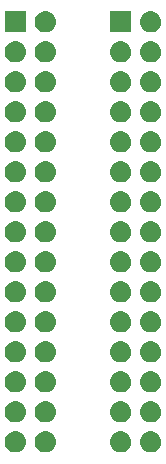
<source format=gbr>
G04 #@! TF.GenerationSoftware,KiCad,Pcbnew,5.0.2-bee76a0~70~ubuntu18.04.1*
G04 #@! TF.CreationDate,2019-04-04T22:51:14+01:00*
G04 #@! TF.ProjectId,sram_dev_board,7372616d-5f64-4657-965f-626f6172642e,rev?*
G04 #@! TF.SameCoordinates,Original*
G04 #@! TF.FileFunction,Soldermask,Bot*
G04 #@! TF.FilePolarity,Negative*
%FSLAX46Y46*%
G04 Gerber Fmt 4.6, Leading zero omitted, Abs format (unit mm)*
G04 Created by KiCad (PCBNEW 5.0.2-bee76a0~70~ubuntu18.04.1) date Thu 04 Apr 2019 22:51:14 BST*
%MOMM*%
%LPD*%
G01*
G04 APERTURE LIST*
%ADD10C,0.100000*%
G04 APERTURE END LIST*
D10*
G36*
X136650443Y-117205519D02*
X136716627Y-117212037D01*
X136829853Y-117246384D01*
X136886467Y-117263557D01*
X137025087Y-117337652D01*
X137042991Y-117347222D01*
X137078729Y-117376552D01*
X137180186Y-117459814D01*
X137263448Y-117561271D01*
X137292778Y-117597009D01*
X137292779Y-117597011D01*
X137376443Y-117753533D01*
X137376443Y-117753534D01*
X137427963Y-117923373D01*
X137445359Y-118100000D01*
X137427963Y-118276627D01*
X137393616Y-118389853D01*
X137376443Y-118446467D01*
X137302348Y-118585087D01*
X137292778Y-118602991D01*
X137263448Y-118638729D01*
X137180186Y-118740186D01*
X137078729Y-118823448D01*
X137042991Y-118852778D01*
X137042989Y-118852779D01*
X136886467Y-118936443D01*
X136829853Y-118953616D01*
X136716627Y-118987963D01*
X136650442Y-118994482D01*
X136584260Y-119001000D01*
X136495740Y-119001000D01*
X136429558Y-118994482D01*
X136363373Y-118987963D01*
X136250147Y-118953616D01*
X136193533Y-118936443D01*
X136037011Y-118852779D01*
X136037009Y-118852778D01*
X136001271Y-118823448D01*
X135899814Y-118740186D01*
X135816552Y-118638729D01*
X135787222Y-118602991D01*
X135777652Y-118585087D01*
X135703557Y-118446467D01*
X135686384Y-118389853D01*
X135652037Y-118276627D01*
X135634641Y-118100000D01*
X135652037Y-117923373D01*
X135703557Y-117753534D01*
X135703557Y-117753533D01*
X135787221Y-117597011D01*
X135787222Y-117597009D01*
X135816552Y-117561271D01*
X135899814Y-117459814D01*
X136001271Y-117376552D01*
X136037009Y-117347222D01*
X136054913Y-117337652D01*
X136193533Y-117263557D01*
X136250147Y-117246384D01*
X136363373Y-117212037D01*
X136429557Y-117205519D01*
X136495740Y-117199000D01*
X136584260Y-117199000D01*
X136650443Y-117205519D01*
X136650443Y-117205519D01*
G37*
G36*
X134110443Y-117205519D02*
X134176627Y-117212037D01*
X134289853Y-117246384D01*
X134346467Y-117263557D01*
X134485087Y-117337652D01*
X134502991Y-117347222D01*
X134538729Y-117376552D01*
X134640186Y-117459814D01*
X134723448Y-117561271D01*
X134752778Y-117597009D01*
X134752779Y-117597011D01*
X134836443Y-117753533D01*
X134836443Y-117753534D01*
X134887963Y-117923373D01*
X134905359Y-118100000D01*
X134887963Y-118276627D01*
X134853616Y-118389853D01*
X134836443Y-118446467D01*
X134762348Y-118585087D01*
X134752778Y-118602991D01*
X134723448Y-118638729D01*
X134640186Y-118740186D01*
X134538729Y-118823448D01*
X134502991Y-118852778D01*
X134502989Y-118852779D01*
X134346467Y-118936443D01*
X134289853Y-118953616D01*
X134176627Y-118987963D01*
X134110442Y-118994482D01*
X134044260Y-119001000D01*
X133955740Y-119001000D01*
X133889558Y-118994482D01*
X133823373Y-118987963D01*
X133710147Y-118953616D01*
X133653533Y-118936443D01*
X133497011Y-118852779D01*
X133497009Y-118852778D01*
X133461271Y-118823448D01*
X133359814Y-118740186D01*
X133276552Y-118638729D01*
X133247222Y-118602991D01*
X133237652Y-118585087D01*
X133163557Y-118446467D01*
X133146384Y-118389853D01*
X133112037Y-118276627D01*
X133094641Y-118100000D01*
X133112037Y-117923373D01*
X133163557Y-117753534D01*
X133163557Y-117753533D01*
X133247221Y-117597011D01*
X133247222Y-117597009D01*
X133276552Y-117561271D01*
X133359814Y-117459814D01*
X133461271Y-117376552D01*
X133497009Y-117347222D01*
X133514913Y-117337652D01*
X133653533Y-117263557D01*
X133710147Y-117246384D01*
X133823373Y-117212037D01*
X133889557Y-117205519D01*
X133955740Y-117199000D01*
X134044260Y-117199000D01*
X134110443Y-117205519D01*
X134110443Y-117205519D01*
G37*
G36*
X125190443Y-117205519D02*
X125256627Y-117212037D01*
X125369853Y-117246384D01*
X125426467Y-117263557D01*
X125565087Y-117337652D01*
X125582991Y-117347222D01*
X125618729Y-117376552D01*
X125720186Y-117459814D01*
X125803448Y-117561271D01*
X125832778Y-117597009D01*
X125832779Y-117597011D01*
X125916443Y-117753533D01*
X125916443Y-117753534D01*
X125967963Y-117923373D01*
X125985359Y-118100000D01*
X125967963Y-118276627D01*
X125933616Y-118389853D01*
X125916443Y-118446467D01*
X125842348Y-118585087D01*
X125832778Y-118602991D01*
X125803448Y-118638729D01*
X125720186Y-118740186D01*
X125618729Y-118823448D01*
X125582991Y-118852778D01*
X125582989Y-118852779D01*
X125426467Y-118936443D01*
X125369853Y-118953616D01*
X125256627Y-118987963D01*
X125190442Y-118994482D01*
X125124260Y-119001000D01*
X125035740Y-119001000D01*
X124969558Y-118994482D01*
X124903373Y-118987963D01*
X124790147Y-118953616D01*
X124733533Y-118936443D01*
X124577011Y-118852779D01*
X124577009Y-118852778D01*
X124541271Y-118823448D01*
X124439814Y-118740186D01*
X124356552Y-118638729D01*
X124327222Y-118602991D01*
X124317652Y-118585087D01*
X124243557Y-118446467D01*
X124226384Y-118389853D01*
X124192037Y-118276627D01*
X124174641Y-118100000D01*
X124192037Y-117923373D01*
X124243557Y-117753534D01*
X124243557Y-117753533D01*
X124327221Y-117597011D01*
X124327222Y-117597009D01*
X124356552Y-117561271D01*
X124439814Y-117459814D01*
X124541271Y-117376552D01*
X124577009Y-117347222D01*
X124594913Y-117337652D01*
X124733533Y-117263557D01*
X124790147Y-117246384D01*
X124903373Y-117212037D01*
X124969557Y-117205519D01*
X125035740Y-117199000D01*
X125124260Y-117199000D01*
X125190443Y-117205519D01*
X125190443Y-117205519D01*
G37*
G36*
X127730443Y-117205519D02*
X127796627Y-117212037D01*
X127909853Y-117246384D01*
X127966467Y-117263557D01*
X128105087Y-117337652D01*
X128122991Y-117347222D01*
X128158729Y-117376552D01*
X128260186Y-117459814D01*
X128343448Y-117561271D01*
X128372778Y-117597009D01*
X128372779Y-117597011D01*
X128456443Y-117753533D01*
X128456443Y-117753534D01*
X128507963Y-117923373D01*
X128525359Y-118100000D01*
X128507963Y-118276627D01*
X128473616Y-118389853D01*
X128456443Y-118446467D01*
X128382348Y-118585087D01*
X128372778Y-118602991D01*
X128343448Y-118638729D01*
X128260186Y-118740186D01*
X128158729Y-118823448D01*
X128122991Y-118852778D01*
X128122989Y-118852779D01*
X127966467Y-118936443D01*
X127909853Y-118953616D01*
X127796627Y-118987963D01*
X127730442Y-118994482D01*
X127664260Y-119001000D01*
X127575740Y-119001000D01*
X127509558Y-118994482D01*
X127443373Y-118987963D01*
X127330147Y-118953616D01*
X127273533Y-118936443D01*
X127117011Y-118852779D01*
X127117009Y-118852778D01*
X127081271Y-118823448D01*
X126979814Y-118740186D01*
X126896552Y-118638729D01*
X126867222Y-118602991D01*
X126857652Y-118585087D01*
X126783557Y-118446467D01*
X126766384Y-118389853D01*
X126732037Y-118276627D01*
X126714641Y-118100000D01*
X126732037Y-117923373D01*
X126783557Y-117753534D01*
X126783557Y-117753533D01*
X126867221Y-117597011D01*
X126867222Y-117597009D01*
X126896552Y-117561271D01*
X126979814Y-117459814D01*
X127081271Y-117376552D01*
X127117009Y-117347222D01*
X127134913Y-117337652D01*
X127273533Y-117263557D01*
X127330147Y-117246384D01*
X127443373Y-117212037D01*
X127509557Y-117205519D01*
X127575740Y-117199000D01*
X127664260Y-117199000D01*
X127730443Y-117205519D01*
X127730443Y-117205519D01*
G37*
G36*
X127730443Y-114665519D02*
X127796627Y-114672037D01*
X127909853Y-114706384D01*
X127966467Y-114723557D01*
X128105087Y-114797652D01*
X128122991Y-114807222D01*
X128158729Y-114836552D01*
X128260186Y-114919814D01*
X128343448Y-115021271D01*
X128372778Y-115057009D01*
X128372779Y-115057011D01*
X128456443Y-115213533D01*
X128456443Y-115213534D01*
X128507963Y-115383373D01*
X128525359Y-115560000D01*
X128507963Y-115736627D01*
X128473616Y-115849853D01*
X128456443Y-115906467D01*
X128382348Y-116045087D01*
X128372778Y-116062991D01*
X128343448Y-116098729D01*
X128260186Y-116200186D01*
X128158729Y-116283448D01*
X128122991Y-116312778D01*
X128122989Y-116312779D01*
X127966467Y-116396443D01*
X127909853Y-116413616D01*
X127796627Y-116447963D01*
X127730443Y-116454481D01*
X127664260Y-116461000D01*
X127575740Y-116461000D01*
X127509557Y-116454481D01*
X127443373Y-116447963D01*
X127330147Y-116413616D01*
X127273533Y-116396443D01*
X127117011Y-116312779D01*
X127117009Y-116312778D01*
X127081271Y-116283448D01*
X126979814Y-116200186D01*
X126896552Y-116098729D01*
X126867222Y-116062991D01*
X126857652Y-116045087D01*
X126783557Y-115906467D01*
X126766384Y-115849853D01*
X126732037Y-115736627D01*
X126714641Y-115560000D01*
X126732037Y-115383373D01*
X126783557Y-115213534D01*
X126783557Y-115213533D01*
X126867221Y-115057011D01*
X126867222Y-115057009D01*
X126896552Y-115021271D01*
X126979814Y-114919814D01*
X127081271Y-114836552D01*
X127117009Y-114807222D01*
X127134913Y-114797652D01*
X127273533Y-114723557D01*
X127330147Y-114706384D01*
X127443373Y-114672037D01*
X127509557Y-114665519D01*
X127575740Y-114659000D01*
X127664260Y-114659000D01*
X127730443Y-114665519D01*
X127730443Y-114665519D01*
G37*
G36*
X136650443Y-114665519D02*
X136716627Y-114672037D01*
X136829853Y-114706384D01*
X136886467Y-114723557D01*
X137025087Y-114797652D01*
X137042991Y-114807222D01*
X137078729Y-114836552D01*
X137180186Y-114919814D01*
X137263448Y-115021271D01*
X137292778Y-115057009D01*
X137292779Y-115057011D01*
X137376443Y-115213533D01*
X137376443Y-115213534D01*
X137427963Y-115383373D01*
X137445359Y-115560000D01*
X137427963Y-115736627D01*
X137393616Y-115849853D01*
X137376443Y-115906467D01*
X137302348Y-116045087D01*
X137292778Y-116062991D01*
X137263448Y-116098729D01*
X137180186Y-116200186D01*
X137078729Y-116283448D01*
X137042991Y-116312778D01*
X137042989Y-116312779D01*
X136886467Y-116396443D01*
X136829853Y-116413616D01*
X136716627Y-116447963D01*
X136650443Y-116454481D01*
X136584260Y-116461000D01*
X136495740Y-116461000D01*
X136429557Y-116454481D01*
X136363373Y-116447963D01*
X136250147Y-116413616D01*
X136193533Y-116396443D01*
X136037011Y-116312779D01*
X136037009Y-116312778D01*
X136001271Y-116283448D01*
X135899814Y-116200186D01*
X135816552Y-116098729D01*
X135787222Y-116062991D01*
X135777652Y-116045087D01*
X135703557Y-115906467D01*
X135686384Y-115849853D01*
X135652037Y-115736627D01*
X135634641Y-115560000D01*
X135652037Y-115383373D01*
X135703557Y-115213534D01*
X135703557Y-115213533D01*
X135787221Y-115057011D01*
X135787222Y-115057009D01*
X135816552Y-115021271D01*
X135899814Y-114919814D01*
X136001271Y-114836552D01*
X136037009Y-114807222D01*
X136054913Y-114797652D01*
X136193533Y-114723557D01*
X136250147Y-114706384D01*
X136363373Y-114672037D01*
X136429557Y-114665519D01*
X136495740Y-114659000D01*
X136584260Y-114659000D01*
X136650443Y-114665519D01*
X136650443Y-114665519D01*
G37*
G36*
X134110443Y-114665519D02*
X134176627Y-114672037D01*
X134289853Y-114706384D01*
X134346467Y-114723557D01*
X134485087Y-114797652D01*
X134502991Y-114807222D01*
X134538729Y-114836552D01*
X134640186Y-114919814D01*
X134723448Y-115021271D01*
X134752778Y-115057009D01*
X134752779Y-115057011D01*
X134836443Y-115213533D01*
X134836443Y-115213534D01*
X134887963Y-115383373D01*
X134905359Y-115560000D01*
X134887963Y-115736627D01*
X134853616Y-115849853D01*
X134836443Y-115906467D01*
X134762348Y-116045087D01*
X134752778Y-116062991D01*
X134723448Y-116098729D01*
X134640186Y-116200186D01*
X134538729Y-116283448D01*
X134502991Y-116312778D01*
X134502989Y-116312779D01*
X134346467Y-116396443D01*
X134289853Y-116413616D01*
X134176627Y-116447963D01*
X134110443Y-116454481D01*
X134044260Y-116461000D01*
X133955740Y-116461000D01*
X133889557Y-116454481D01*
X133823373Y-116447963D01*
X133710147Y-116413616D01*
X133653533Y-116396443D01*
X133497011Y-116312779D01*
X133497009Y-116312778D01*
X133461271Y-116283448D01*
X133359814Y-116200186D01*
X133276552Y-116098729D01*
X133247222Y-116062991D01*
X133237652Y-116045087D01*
X133163557Y-115906467D01*
X133146384Y-115849853D01*
X133112037Y-115736627D01*
X133094641Y-115560000D01*
X133112037Y-115383373D01*
X133163557Y-115213534D01*
X133163557Y-115213533D01*
X133247221Y-115057011D01*
X133247222Y-115057009D01*
X133276552Y-115021271D01*
X133359814Y-114919814D01*
X133461271Y-114836552D01*
X133497009Y-114807222D01*
X133514913Y-114797652D01*
X133653533Y-114723557D01*
X133710147Y-114706384D01*
X133823373Y-114672037D01*
X133889557Y-114665519D01*
X133955740Y-114659000D01*
X134044260Y-114659000D01*
X134110443Y-114665519D01*
X134110443Y-114665519D01*
G37*
G36*
X125190443Y-114665519D02*
X125256627Y-114672037D01*
X125369853Y-114706384D01*
X125426467Y-114723557D01*
X125565087Y-114797652D01*
X125582991Y-114807222D01*
X125618729Y-114836552D01*
X125720186Y-114919814D01*
X125803448Y-115021271D01*
X125832778Y-115057009D01*
X125832779Y-115057011D01*
X125916443Y-115213533D01*
X125916443Y-115213534D01*
X125967963Y-115383373D01*
X125985359Y-115560000D01*
X125967963Y-115736627D01*
X125933616Y-115849853D01*
X125916443Y-115906467D01*
X125842348Y-116045087D01*
X125832778Y-116062991D01*
X125803448Y-116098729D01*
X125720186Y-116200186D01*
X125618729Y-116283448D01*
X125582991Y-116312778D01*
X125582989Y-116312779D01*
X125426467Y-116396443D01*
X125369853Y-116413616D01*
X125256627Y-116447963D01*
X125190443Y-116454481D01*
X125124260Y-116461000D01*
X125035740Y-116461000D01*
X124969557Y-116454481D01*
X124903373Y-116447963D01*
X124790147Y-116413616D01*
X124733533Y-116396443D01*
X124577011Y-116312779D01*
X124577009Y-116312778D01*
X124541271Y-116283448D01*
X124439814Y-116200186D01*
X124356552Y-116098729D01*
X124327222Y-116062991D01*
X124317652Y-116045087D01*
X124243557Y-115906467D01*
X124226384Y-115849853D01*
X124192037Y-115736627D01*
X124174641Y-115560000D01*
X124192037Y-115383373D01*
X124243557Y-115213534D01*
X124243557Y-115213533D01*
X124327221Y-115057011D01*
X124327222Y-115057009D01*
X124356552Y-115021271D01*
X124439814Y-114919814D01*
X124541271Y-114836552D01*
X124577009Y-114807222D01*
X124594913Y-114797652D01*
X124733533Y-114723557D01*
X124790147Y-114706384D01*
X124903373Y-114672037D01*
X124969557Y-114665519D01*
X125035740Y-114659000D01*
X125124260Y-114659000D01*
X125190443Y-114665519D01*
X125190443Y-114665519D01*
G37*
G36*
X136650442Y-112125518D02*
X136716627Y-112132037D01*
X136829853Y-112166384D01*
X136886467Y-112183557D01*
X137025087Y-112257652D01*
X137042991Y-112267222D01*
X137078729Y-112296552D01*
X137180186Y-112379814D01*
X137263448Y-112481271D01*
X137292778Y-112517009D01*
X137292779Y-112517011D01*
X137376443Y-112673533D01*
X137376443Y-112673534D01*
X137427963Y-112843373D01*
X137445359Y-113020000D01*
X137427963Y-113196627D01*
X137393616Y-113309853D01*
X137376443Y-113366467D01*
X137302348Y-113505087D01*
X137292778Y-113522991D01*
X137263448Y-113558729D01*
X137180186Y-113660186D01*
X137078729Y-113743448D01*
X137042991Y-113772778D01*
X137042989Y-113772779D01*
X136886467Y-113856443D01*
X136829853Y-113873616D01*
X136716627Y-113907963D01*
X136650443Y-113914481D01*
X136584260Y-113921000D01*
X136495740Y-113921000D01*
X136429557Y-113914481D01*
X136363373Y-113907963D01*
X136250147Y-113873616D01*
X136193533Y-113856443D01*
X136037011Y-113772779D01*
X136037009Y-113772778D01*
X136001271Y-113743448D01*
X135899814Y-113660186D01*
X135816552Y-113558729D01*
X135787222Y-113522991D01*
X135777652Y-113505087D01*
X135703557Y-113366467D01*
X135686384Y-113309853D01*
X135652037Y-113196627D01*
X135634641Y-113020000D01*
X135652037Y-112843373D01*
X135703557Y-112673534D01*
X135703557Y-112673533D01*
X135787221Y-112517011D01*
X135787222Y-112517009D01*
X135816552Y-112481271D01*
X135899814Y-112379814D01*
X136001271Y-112296552D01*
X136037009Y-112267222D01*
X136054913Y-112257652D01*
X136193533Y-112183557D01*
X136250147Y-112166384D01*
X136363373Y-112132037D01*
X136429558Y-112125518D01*
X136495740Y-112119000D01*
X136584260Y-112119000D01*
X136650442Y-112125518D01*
X136650442Y-112125518D01*
G37*
G36*
X134110442Y-112125518D02*
X134176627Y-112132037D01*
X134289853Y-112166384D01*
X134346467Y-112183557D01*
X134485087Y-112257652D01*
X134502991Y-112267222D01*
X134538729Y-112296552D01*
X134640186Y-112379814D01*
X134723448Y-112481271D01*
X134752778Y-112517009D01*
X134752779Y-112517011D01*
X134836443Y-112673533D01*
X134836443Y-112673534D01*
X134887963Y-112843373D01*
X134905359Y-113020000D01*
X134887963Y-113196627D01*
X134853616Y-113309853D01*
X134836443Y-113366467D01*
X134762348Y-113505087D01*
X134752778Y-113522991D01*
X134723448Y-113558729D01*
X134640186Y-113660186D01*
X134538729Y-113743448D01*
X134502991Y-113772778D01*
X134502989Y-113772779D01*
X134346467Y-113856443D01*
X134289853Y-113873616D01*
X134176627Y-113907963D01*
X134110443Y-113914481D01*
X134044260Y-113921000D01*
X133955740Y-113921000D01*
X133889557Y-113914481D01*
X133823373Y-113907963D01*
X133710147Y-113873616D01*
X133653533Y-113856443D01*
X133497011Y-113772779D01*
X133497009Y-113772778D01*
X133461271Y-113743448D01*
X133359814Y-113660186D01*
X133276552Y-113558729D01*
X133247222Y-113522991D01*
X133237652Y-113505087D01*
X133163557Y-113366467D01*
X133146384Y-113309853D01*
X133112037Y-113196627D01*
X133094641Y-113020000D01*
X133112037Y-112843373D01*
X133163557Y-112673534D01*
X133163557Y-112673533D01*
X133247221Y-112517011D01*
X133247222Y-112517009D01*
X133276552Y-112481271D01*
X133359814Y-112379814D01*
X133461271Y-112296552D01*
X133497009Y-112267222D01*
X133514913Y-112257652D01*
X133653533Y-112183557D01*
X133710147Y-112166384D01*
X133823373Y-112132037D01*
X133889558Y-112125518D01*
X133955740Y-112119000D01*
X134044260Y-112119000D01*
X134110442Y-112125518D01*
X134110442Y-112125518D01*
G37*
G36*
X127730442Y-112125518D02*
X127796627Y-112132037D01*
X127909853Y-112166384D01*
X127966467Y-112183557D01*
X128105087Y-112257652D01*
X128122991Y-112267222D01*
X128158729Y-112296552D01*
X128260186Y-112379814D01*
X128343448Y-112481271D01*
X128372778Y-112517009D01*
X128372779Y-112517011D01*
X128456443Y-112673533D01*
X128456443Y-112673534D01*
X128507963Y-112843373D01*
X128525359Y-113020000D01*
X128507963Y-113196627D01*
X128473616Y-113309853D01*
X128456443Y-113366467D01*
X128382348Y-113505087D01*
X128372778Y-113522991D01*
X128343448Y-113558729D01*
X128260186Y-113660186D01*
X128158729Y-113743448D01*
X128122991Y-113772778D01*
X128122989Y-113772779D01*
X127966467Y-113856443D01*
X127909853Y-113873616D01*
X127796627Y-113907963D01*
X127730443Y-113914481D01*
X127664260Y-113921000D01*
X127575740Y-113921000D01*
X127509557Y-113914481D01*
X127443373Y-113907963D01*
X127330147Y-113873616D01*
X127273533Y-113856443D01*
X127117011Y-113772779D01*
X127117009Y-113772778D01*
X127081271Y-113743448D01*
X126979814Y-113660186D01*
X126896552Y-113558729D01*
X126867222Y-113522991D01*
X126857652Y-113505087D01*
X126783557Y-113366467D01*
X126766384Y-113309853D01*
X126732037Y-113196627D01*
X126714641Y-113020000D01*
X126732037Y-112843373D01*
X126783557Y-112673534D01*
X126783557Y-112673533D01*
X126867221Y-112517011D01*
X126867222Y-112517009D01*
X126896552Y-112481271D01*
X126979814Y-112379814D01*
X127081271Y-112296552D01*
X127117009Y-112267222D01*
X127134913Y-112257652D01*
X127273533Y-112183557D01*
X127330147Y-112166384D01*
X127443373Y-112132037D01*
X127509558Y-112125518D01*
X127575740Y-112119000D01*
X127664260Y-112119000D01*
X127730442Y-112125518D01*
X127730442Y-112125518D01*
G37*
G36*
X125190442Y-112125518D02*
X125256627Y-112132037D01*
X125369853Y-112166384D01*
X125426467Y-112183557D01*
X125565087Y-112257652D01*
X125582991Y-112267222D01*
X125618729Y-112296552D01*
X125720186Y-112379814D01*
X125803448Y-112481271D01*
X125832778Y-112517009D01*
X125832779Y-112517011D01*
X125916443Y-112673533D01*
X125916443Y-112673534D01*
X125967963Y-112843373D01*
X125985359Y-113020000D01*
X125967963Y-113196627D01*
X125933616Y-113309853D01*
X125916443Y-113366467D01*
X125842348Y-113505087D01*
X125832778Y-113522991D01*
X125803448Y-113558729D01*
X125720186Y-113660186D01*
X125618729Y-113743448D01*
X125582991Y-113772778D01*
X125582989Y-113772779D01*
X125426467Y-113856443D01*
X125369853Y-113873616D01*
X125256627Y-113907963D01*
X125190443Y-113914481D01*
X125124260Y-113921000D01*
X125035740Y-113921000D01*
X124969557Y-113914481D01*
X124903373Y-113907963D01*
X124790147Y-113873616D01*
X124733533Y-113856443D01*
X124577011Y-113772779D01*
X124577009Y-113772778D01*
X124541271Y-113743448D01*
X124439814Y-113660186D01*
X124356552Y-113558729D01*
X124327222Y-113522991D01*
X124317652Y-113505087D01*
X124243557Y-113366467D01*
X124226384Y-113309853D01*
X124192037Y-113196627D01*
X124174641Y-113020000D01*
X124192037Y-112843373D01*
X124243557Y-112673534D01*
X124243557Y-112673533D01*
X124327221Y-112517011D01*
X124327222Y-112517009D01*
X124356552Y-112481271D01*
X124439814Y-112379814D01*
X124541271Y-112296552D01*
X124577009Y-112267222D01*
X124594913Y-112257652D01*
X124733533Y-112183557D01*
X124790147Y-112166384D01*
X124903373Y-112132037D01*
X124969558Y-112125518D01*
X125035740Y-112119000D01*
X125124260Y-112119000D01*
X125190442Y-112125518D01*
X125190442Y-112125518D01*
G37*
G36*
X125190443Y-109585519D02*
X125256627Y-109592037D01*
X125369853Y-109626384D01*
X125426467Y-109643557D01*
X125565087Y-109717652D01*
X125582991Y-109727222D01*
X125618729Y-109756552D01*
X125720186Y-109839814D01*
X125803448Y-109941271D01*
X125832778Y-109977009D01*
X125832779Y-109977011D01*
X125916443Y-110133533D01*
X125916443Y-110133534D01*
X125967963Y-110303373D01*
X125985359Y-110480000D01*
X125967963Y-110656627D01*
X125933616Y-110769853D01*
X125916443Y-110826467D01*
X125842348Y-110965087D01*
X125832778Y-110982991D01*
X125803448Y-111018729D01*
X125720186Y-111120186D01*
X125618729Y-111203448D01*
X125582991Y-111232778D01*
X125582989Y-111232779D01*
X125426467Y-111316443D01*
X125369853Y-111333616D01*
X125256627Y-111367963D01*
X125190443Y-111374481D01*
X125124260Y-111381000D01*
X125035740Y-111381000D01*
X124969557Y-111374481D01*
X124903373Y-111367963D01*
X124790147Y-111333616D01*
X124733533Y-111316443D01*
X124577011Y-111232779D01*
X124577009Y-111232778D01*
X124541271Y-111203448D01*
X124439814Y-111120186D01*
X124356552Y-111018729D01*
X124327222Y-110982991D01*
X124317652Y-110965087D01*
X124243557Y-110826467D01*
X124226384Y-110769853D01*
X124192037Y-110656627D01*
X124174641Y-110480000D01*
X124192037Y-110303373D01*
X124243557Y-110133534D01*
X124243557Y-110133533D01*
X124327221Y-109977011D01*
X124327222Y-109977009D01*
X124356552Y-109941271D01*
X124439814Y-109839814D01*
X124541271Y-109756552D01*
X124577009Y-109727222D01*
X124594913Y-109717652D01*
X124733533Y-109643557D01*
X124790147Y-109626384D01*
X124903373Y-109592037D01*
X124969557Y-109585519D01*
X125035740Y-109579000D01*
X125124260Y-109579000D01*
X125190443Y-109585519D01*
X125190443Y-109585519D01*
G37*
G36*
X127730443Y-109585519D02*
X127796627Y-109592037D01*
X127909853Y-109626384D01*
X127966467Y-109643557D01*
X128105087Y-109717652D01*
X128122991Y-109727222D01*
X128158729Y-109756552D01*
X128260186Y-109839814D01*
X128343448Y-109941271D01*
X128372778Y-109977009D01*
X128372779Y-109977011D01*
X128456443Y-110133533D01*
X128456443Y-110133534D01*
X128507963Y-110303373D01*
X128525359Y-110480000D01*
X128507963Y-110656627D01*
X128473616Y-110769853D01*
X128456443Y-110826467D01*
X128382348Y-110965087D01*
X128372778Y-110982991D01*
X128343448Y-111018729D01*
X128260186Y-111120186D01*
X128158729Y-111203448D01*
X128122991Y-111232778D01*
X128122989Y-111232779D01*
X127966467Y-111316443D01*
X127909853Y-111333616D01*
X127796627Y-111367963D01*
X127730443Y-111374481D01*
X127664260Y-111381000D01*
X127575740Y-111381000D01*
X127509557Y-111374481D01*
X127443373Y-111367963D01*
X127330147Y-111333616D01*
X127273533Y-111316443D01*
X127117011Y-111232779D01*
X127117009Y-111232778D01*
X127081271Y-111203448D01*
X126979814Y-111120186D01*
X126896552Y-111018729D01*
X126867222Y-110982991D01*
X126857652Y-110965087D01*
X126783557Y-110826467D01*
X126766384Y-110769853D01*
X126732037Y-110656627D01*
X126714641Y-110480000D01*
X126732037Y-110303373D01*
X126783557Y-110133534D01*
X126783557Y-110133533D01*
X126867221Y-109977011D01*
X126867222Y-109977009D01*
X126896552Y-109941271D01*
X126979814Y-109839814D01*
X127081271Y-109756552D01*
X127117009Y-109727222D01*
X127134913Y-109717652D01*
X127273533Y-109643557D01*
X127330147Y-109626384D01*
X127443373Y-109592037D01*
X127509557Y-109585519D01*
X127575740Y-109579000D01*
X127664260Y-109579000D01*
X127730443Y-109585519D01*
X127730443Y-109585519D01*
G37*
G36*
X134110443Y-109585519D02*
X134176627Y-109592037D01*
X134289853Y-109626384D01*
X134346467Y-109643557D01*
X134485087Y-109717652D01*
X134502991Y-109727222D01*
X134538729Y-109756552D01*
X134640186Y-109839814D01*
X134723448Y-109941271D01*
X134752778Y-109977009D01*
X134752779Y-109977011D01*
X134836443Y-110133533D01*
X134836443Y-110133534D01*
X134887963Y-110303373D01*
X134905359Y-110480000D01*
X134887963Y-110656627D01*
X134853616Y-110769853D01*
X134836443Y-110826467D01*
X134762348Y-110965087D01*
X134752778Y-110982991D01*
X134723448Y-111018729D01*
X134640186Y-111120186D01*
X134538729Y-111203448D01*
X134502991Y-111232778D01*
X134502989Y-111232779D01*
X134346467Y-111316443D01*
X134289853Y-111333616D01*
X134176627Y-111367963D01*
X134110443Y-111374481D01*
X134044260Y-111381000D01*
X133955740Y-111381000D01*
X133889557Y-111374481D01*
X133823373Y-111367963D01*
X133710147Y-111333616D01*
X133653533Y-111316443D01*
X133497011Y-111232779D01*
X133497009Y-111232778D01*
X133461271Y-111203448D01*
X133359814Y-111120186D01*
X133276552Y-111018729D01*
X133247222Y-110982991D01*
X133237652Y-110965087D01*
X133163557Y-110826467D01*
X133146384Y-110769853D01*
X133112037Y-110656627D01*
X133094641Y-110480000D01*
X133112037Y-110303373D01*
X133163557Y-110133534D01*
X133163557Y-110133533D01*
X133247221Y-109977011D01*
X133247222Y-109977009D01*
X133276552Y-109941271D01*
X133359814Y-109839814D01*
X133461271Y-109756552D01*
X133497009Y-109727222D01*
X133514913Y-109717652D01*
X133653533Y-109643557D01*
X133710147Y-109626384D01*
X133823373Y-109592037D01*
X133889557Y-109585519D01*
X133955740Y-109579000D01*
X134044260Y-109579000D01*
X134110443Y-109585519D01*
X134110443Y-109585519D01*
G37*
G36*
X136650443Y-109585519D02*
X136716627Y-109592037D01*
X136829853Y-109626384D01*
X136886467Y-109643557D01*
X137025087Y-109717652D01*
X137042991Y-109727222D01*
X137078729Y-109756552D01*
X137180186Y-109839814D01*
X137263448Y-109941271D01*
X137292778Y-109977009D01*
X137292779Y-109977011D01*
X137376443Y-110133533D01*
X137376443Y-110133534D01*
X137427963Y-110303373D01*
X137445359Y-110480000D01*
X137427963Y-110656627D01*
X137393616Y-110769853D01*
X137376443Y-110826467D01*
X137302348Y-110965087D01*
X137292778Y-110982991D01*
X137263448Y-111018729D01*
X137180186Y-111120186D01*
X137078729Y-111203448D01*
X137042991Y-111232778D01*
X137042989Y-111232779D01*
X136886467Y-111316443D01*
X136829853Y-111333616D01*
X136716627Y-111367963D01*
X136650443Y-111374481D01*
X136584260Y-111381000D01*
X136495740Y-111381000D01*
X136429557Y-111374481D01*
X136363373Y-111367963D01*
X136250147Y-111333616D01*
X136193533Y-111316443D01*
X136037011Y-111232779D01*
X136037009Y-111232778D01*
X136001271Y-111203448D01*
X135899814Y-111120186D01*
X135816552Y-111018729D01*
X135787222Y-110982991D01*
X135777652Y-110965087D01*
X135703557Y-110826467D01*
X135686384Y-110769853D01*
X135652037Y-110656627D01*
X135634641Y-110480000D01*
X135652037Y-110303373D01*
X135703557Y-110133534D01*
X135703557Y-110133533D01*
X135787221Y-109977011D01*
X135787222Y-109977009D01*
X135816552Y-109941271D01*
X135899814Y-109839814D01*
X136001271Y-109756552D01*
X136037009Y-109727222D01*
X136054913Y-109717652D01*
X136193533Y-109643557D01*
X136250147Y-109626384D01*
X136363373Y-109592037D01*
X136429557Y-109585519D01*
X136495740Y-109579000D01*
X136584260Y-109579000D01*
X136650443Y-109585519D01*
X136650443Y-109585519D01*
G37*
G36*
X136650442Y-107045518D02*
X136716627Y-107052037D01*
X136829853Y-107086384D01*
X136886467Y-107103557D01*
X137025087Y-107177652D01*
X137042991Y-107187222D01*
X137078729Y-107216552D01*
X137180186Y-107299814D01*
X137263448Y-107401271D01*
X137292778Y-107437009D01*
X137292779Y-107437011D01*
X137376443Y-107593533D01*
X137376443Y-107593534D01*
X137427963Y-107763373D01*
X137445359Y-107940000D01*
X137427963Y-108116627D01*
X137393616Y-108229853D01*
X137376443Y-108286467D01*
X137302348Y-108425087D01*
X137292778Y-108442991D01*
X137263448Y-108478729D01*
X137180186Y-108580186D01*
X137078729Y-108663448D01*
X137042991Y-108692778D01*
X137042989Y-108692779D01*
X136886467Y-108776443D01*
X136829853Y-108793616D01*
X136716627Y-108827963D01*
X136650442Y-108834482D01*
X136584260Y-108841000D01*
X136495740Y-108841000D01*
X136429558Y-108834482D01*
X136363373Y-108827963D01*
X136250147Y-108793616D01*
X136193533Y-108776443D01*
X136037011Y-108692779D01*
X136037009Y-108692778D01*
X136001271Y-108663448D01*
X135899814Y-108580186D01*
X135816552Y-108478729D01*
X135787222Y-108442991D01*
X135777652Y-108425087D01*
X135703557Y-108286467D01*
X135686384Y-108229853D01*
X135652037Y-108116627D01*
X135634641Y-107940000D01*
X135652037Y-107763373D01*
X135703557Y-107593534D01*
X135703557Y-107593533D01*
X135787221Y-107437011D01*
X135787222Y-107437009D01*
X135816552Y-107401271D01*
X135899814Y-107299814D01*
X136001271Y-107216552D01*
X136037009Y-107187222D01*
X136054913Y-107177652D01*
X136193533Y-107103557D01*
X136250147Y-107086384D01*
X136363373Y-107052037D01*
X136429558Y-107045518D01*
X136495740Y-107039000D01*
X136584260Y-107039000D01*
X136650442Y-107045518D01*
X136650442Y-107045518D01*
G37*
G36*
X125190442Y-107045518D02*
X125256627Y-107052037D01*
X125369853Y-107086384D01*
X125426467Y-107103557D01*
X125565087Y-107177652D01*
X125582991Y-107187222D01*
X125618729Y-107216552D01*
X125720186Y-107299814D01*
X125803448Y-107401271D01*
X125832778Y-107437009D01*
X125832779Y-107437011D01*
X125916443Y-107593533D01*
X125916443Y-107593534D01*
X125967963Y-107763373D01*
X125985359Y-107940000D01*
X125967963Y-108116627D01*
X125933616Y-108229853D01*
X125916443Y-108286467D01*
X125842348Y-108425087D01*
X125832778Y-108442991D01*
X125803448Y-108478729D01*
X125720186Y-108580186D01*
X125618729Y-108663448D01*
X125582991Y-108692778D01*
X125582989Y-108692779D01*
X125426467Y-108776443D01*
X125369853Y-108793616D01*
X125256627Y-108827963D01*
X125190442Y-108834482D01*
X125124260Y-108841000D01*
X125035740Y-108841000D01*
X124969558Y-108834482D01*
X124903373Y-108827963D01*
X124790147Y-108793616D01*
X124733533Y-108776443D01*
X124577011Y-108692779D01*
X124577009Y-108692778D01*
X124541271Y-108663448D01*
X124439814Y-108580186D01*
X124356552Y-108478729D01*
X124327222Y-108442991D01*
X124317652Y-108425087D01*
X124243557Y-108286467D01*
X124226384Y-108229853D01*
X124192037Y-108116627D01*
X124174641Y-107940000D01*
X124192037Y-107763373D01*
X124243557Y-107593534D01*
X124243557Y-107593533D01*
X124327221Y-107437011D01*
X124327222Y-107437009D01*
X124356552Y-107401271D01*
X124439814Y-107299814D01*
X124541271Y-107216552D01*
X124577009Y-107187222D01*
X124594913Y-107177652D01*
X124733533Y-107103557D01*
X124790147Y-107086384D01*
X124903373Y-107052037D01*
X124969558Y-107045518D01*
X125035740Y-107039000D01*
X125124260Y-107039000D01*
X125190442Y-107045518D01*
X125190442Y-107045518D01*
G37*
G36*
X127730442Y-107045518D02*
X127796627Y-107052037D01*
X127909853Y-107086384D01*
X127966467Y-107103557D01*
X128105087Y-107177652D01*
X128122991Y-107187222D01*
X128158729Y-107216552D01*
X128260186Y-107299814D01*
X128343448Y-107401271D01*
X128372778Y-107437009D01*
X128372779Y-107437011D01*
X128456443Y-107593533D01*
X128456443Y-107593534D01*
X128507963Y-107763373D01*
X128525359Y-107940000D01*
X128507963Y-108116627D01*
X128473616Y-108229853D01*
X128456443Y-108286467D01*
X128382348Y-108425087D01*
X128372778Y-108442991D01*
X128343448Y-108478729D01*
X128260186Y-108580186D01*
X128158729Y-108663448D01*
X128122991Y-108692778D01*
X128122989Y-108692779D01*
X127966467Y-108776443D01*
X127909853Y-108793616D01*
X127796627Y-108827963D01*
X127730442Y-108834482D01*
X127664260Y-108841000D01*
X127575740Y-108841000D01*
X127509558Y-108834482D01*
X127443373Y-108827963D01*
X127330147Y-108793616D01*
X127273533Y-108776443D01*
X127117011Y-108692779D01*
X127117009Y-108692778D01*
X127081271Y-108663448D01*
X126979814Y-108580186D01*
X126896552Y-108478729D01*
X126867222Y-108442991D01*
X126857652Y-108425087D01*
X126783557Y-108286467D01*
X126766384Y-108229853D01*
X126732037Y-108116627D01*
X126714641Y-107940000D01*
X126732037Y-107763373D01*
X126783557Y-107593534D01*
X126783557Y-107593533D01*
X126867221Y-107437011D01*
X126867222Y-107437009D01*
X126896552Y-107401271D01*
X126979814Y-107299814D01*
X127081271Y-107216552D01*
X127117009Y-107187222D01*
X127134913Y-107177652D01*
X127273533Y-107103557D01*
X127330147Y-107086384D01*
X127443373Y-107052037D01*
X127509558Y-107045518D01*
X127575740Y-107039000D01*
X127664260Y-107039000D01*
X127730442Y-107045518D01*
X127730442Y-107045518D01*
G37*
G36*
X134110442Y-107045518D02*
X134176627Y-107052037D01*
X134289853Y-107086384D01*
X134346467Y-107103557D01*
X134485087Y-107177652D01*
X134502991Y-107187222D01*
X134538729Y-107216552D01*
X134640186Y-107299814D01*
X134723448Y-107401271D01*
X134752778Y-107437009D01*
X134752779Y-107437011D01*
X134836443Y-107593533D01*
X134836443Y-107593534D01*
X134887963Y-107763373D01*
X134905359Y-107940000D01*
X134887963Y-108116627D01*
X134853616Y-108229853D01*
X134836443Y-108286467D01*
X134762348Y-108425087D01*
X134752778Y-108442991D01*
X134723448Y-108478729D01*
X134640186Y-108580186D01*
X134538729Y-108663448D01*
X134502991Y-108692778D01*
X134502989Y-108692779D01*
X134346467Y-108776443D01*
X134289853Y-108793616D01*
X134176627Y-108827963D01*
X134110442Y-108834482D01*
X134044260Y-108841000D01*
X133955740Y-108841000D01*
X133889558Y-108834482D01*
X133823373Y-108827963D01*
X133710147Y-108793616D01*
X133653533Y-108776443D01*
X133497011Y-108692779D01*
X133497009Y-108692778D01*
X133461271Y-108663448D01*
X133359814Y-108580186D01*
X133276552Y-108478729D01*
X133247222Y-108442991D01*
X133237652Y-108425087D01*
X133163557Y-108286467D01*
X133146384Y-108229853D01*
X133112037Y-108116627D01*
X133094641Y-107940000D01*
X133112037Y-107763373D01*
X133163557Y-107593534D01*
X133163557Y-107593533D01*
X133247221Y-107437011D01*
X133247222Y-107437009D01*
X133276552Y-107401271D01*
X133359814Y-107299814D01*
X133461271Y-107216552D01*
X133497009Y-107187222D01*
X133514913Y-107177652D01*
X133653533Y-107103557D01*
X133710147Y-107086384D01*
X133823373Y-107052037D01*
X133889558Y-107045518D01*
X133955740Y-107039000D01*
X134044260Y-107039000D01*
X134110442Y-107045518D01*
X134110442Y-107045518D01*
G37*
G36*
X127730443Y-104505519D02*
X127796627Y-104512037D01*
X127909853Y-104546384D01*
X127966467Y-104563557D01*
X128105087Y-104637652D01*
X128122991Y-104647222D01*
X128158729Y-104676552D01*
X128260186Y-104759814D01*
X128343448Y-104861271D01*
X128372778Y-104897009D01*
X128372779Y-104897011D01*
X128456443Y-105053533D01*
X128456443Y-105053534D01*
X128507963Y-105223373D01*
X128525359Y-105400000D01*
X128507963Y-105576627D01*
X128473616Y-105689853D01*
X128456443Y-105746467D01*
X128382348Y-105885087D01*
X128372778Y-105902991D01*
X128343448Y-105938729D01*
X128260186Y-106040186D01*
X128158729Y-106123448D01*
X128122991Y-106152778D01*
X128122989Y-106152779D01*
X127966467Y-106236443D01*
X127909853Y-106253616D01*
X127796627Y-106287963D01*
X127730442Y-106294482D01*
X127664260Y-106301000D01*
X127575740Y-106301000D01*
X127509558Y-106294482D01*
X127443373Y-106287963D01*
X127330147Y-106253616D01*
X127273533Y-106236443D01*
X127117011Y-106152779D01*
X127117009Y-106152778D01*
X127081271Y-106123448D01*
X126979814Y-106040186D01*
X126896552Y-105938729D01*
X126867222Y-105902991D01*
X126857652Y-105885087D01*
X126783557Y-105746467D01*
X126766384Y-105689853D01*
X126732037Y-105576627D01*
X126714641Y-105400000D01*
X126732037Y-105223373D01*
X126783557Y-105053534D01*
X126783557Y-105053533D01*
X126867221Y-104897011D01*
X126867222Y-104897009D01*
X126896552Y-104861271D01*
X126979814Y-104759814D01*
X127081271Y-104676552D01*
X127117009Y-104647222D01*
X127134913Y-104637652D01*
X127273533Y-104563557D01*
X127330147Y-104546384D01*
X127443373Y-104512037D01*
X127509557Y-104505519D01*
X127575740Y-104499000D01*
X127664260Y-104499000D01*
X127730443Y-104505519D01*
X127730443Y-104505519D01*
G37*
G36*
X125190443Y-104505519D02*
X125256627Y-104512037D01*
X125369853Y-104546384D01*
X125426467Y-104563557D01*
X125565087Y-104637652D01*
X125582991Y-104647222D01*
X125618729Y-104676552D01*
X125720186Y-104759814D01*
X125803448Y-104861271D01*
X125832778Y-104897009D01*
X125832779Y-104897011D01*
X125916443Y-105053533D01*
X125916443Y-105053534D01*
X125967963Y-105223373D01*
X125985359Y-105400000D01*
X125967963Y-105576627D01*
X125933616Y-105689853D01*
X125916443Y-105746467D01*
X125842348Y-105885087D01*
X125832778Y-105902991D01*
X125803448Y-105938729D01*
X125720186Y-106040186D01*
X125618729Y-106123448D01*
X125582991Y-106152778D01*
X125582989Y-106152779D01*
X125426467Y-106236443D01*
X125369853Y-106253616D01*
X125256627Y-106287963D01*
X125190442Y-106294482D01*
X125124260Y-106301000D01*
X125035740Y-106301000D01*
X124969558Y-106294482D01*
X124903373Y-106287963D01*
X124790147Y-106253616D01*
X124733533Y-106236443D01*
X124577011Y-106152779D01*
X124577009Y-106152778D01*
X124541271Y-106123448D01*
X124439814Y-106040186D01*
X124356552Y-105938729D01*
X124327222Y-105902991D01*
X124317652Y-105885087D01*
X124243557Y-105746467D01*
X124226384Y-105689853D01*
X124192037Y-105576627D01*
X124174641Y-105400000D01*
X124192037Y-105223373D01*
X124243557Y-105053534D01*
X124243557Y-105053533D01*
X124327221Y-104897011D01*
X124327222Y-104897009D01*
X124356552Y-104861271D01*
X124439814Y-104759814D01*
X124541271Y-104676552D01*
X124577009Y-104647222D01*
X124594913Y-104637652D01*
X124733533Y-104563557D01*
X124790147Y-104546384D01*
X124903373Y-104512037D01*
X124969557Y-104505519D01*
X125035740Y-104499000D01*
X125124260Y-104499000D01*
X125190443Y-104505519D01*
X125190443Y-104505519D01*
G37*
G36*
X134110443Y-104505519D02*
X134176627Y-104512037D01*
X134289853Y-104546384D01*
X134346467Y-104563557D01*
X134485087Y-104637652D01*
X134502991Y-104647222D01*
X134538729Y-104676552D01*
X134640186Y-104759814D01*
X134723448Y-104861271D01*
X134752778Y-104897009D01*
X134752779Y-104897011D01*
X134836443Y-105053533D01*
X134836443Y-105053534D01*
X134887963Y-105223373D01*
X134905359Y-105400000D01*
X134887963Y-105576627D01*
X134853616Y-105689853D01*
X134836443Y-105746467D01*
X134762348Y-105885087D01*
X134752778Y-105902991D01*
X134723448Y-105938729D01*
X134640186Y-106040186D01*
X134538729Y-106123448D01*
X134502991Y-106152778D01*
X134502989Y-106152779D01*
X134346467Y-106236443D01*
X134289853Y-106253616D01*
X134176627Y-106287963D01*
X134110442Y-106294482D01*
X134044260Y-106301000D01*
X133955740Y-106301000D01*
X133889558Y-106294482D01*
X133823373Y-106287963D01*
X133710147Y-106253616D01*
X133653533Y-106236443D01*
X133497011Y-106152779D01*
X133497009Y-106152778D01*
X133461271Y-106123448D01*
X133359814Y-106040186D01*
X133276552Y-105938729D01*
X133247222Y-105902991D01*
X133237652Y-105885087D01*
X133163557Y-105746467D01*
X133146384Y-105689853D01*
X133112037Y-105576627D01*
X133094641Y-105400000D01*
X133112037Y-105223373D01*
X133163557Y-105053534D01*
X133163557Y-105053533D01*
X133247221Y-104897011D01*
X133247222Y-104897009D01*
X133276552Y-104861271D01*
X133359814Y-104759814D01*
X133461271Y-104676552D01*
X133497009Y-104647222D01*
X133514913Y-104637652D01*
X133653533Y-104563557D01*
X133710147Y-104546384D01*
X133823373Y-104512037D01*
X133889557Y-104505519D01*
X133955740Y-104499000D01*
X134044260Y-104499000D01*
X134110443Y-104505519D01*
X134110443Y-104505519D01*
G37*
G36*
X136650443Y-104505519D02*
X136716627Y-104512037D01*
X136829853Y-104546384D01*
X136886467Y-104563557D01*
X137025087Y-104637652D01*
X137042991Y-104647222D01*
X137078729Y-104676552D01*
X137180186Y-104759814D01*
X137263448Y-104861271D01*
X137292778Y-104897009D01*
X137292779Y-104897011D01*
X137376443Y-105053533D01*
X137376443Y-105053534D01*
X137427963Y-105223373D01*
X137445359Y-105400000D01*
X137427963Y-105576627D01*
X137393616Y-105689853D01*
X137376443Y-105746467D01*
X137302348Y-105885087D01*
X137292778Y-105902991D01*
X137263448Y-105938729D01*
X137180186Y-106040186D01*
X137078729Y-106123448D01*
X137042991Y-106152778D01*
X137042989Y-106152779D01*
X136886467Y-106236443D01*
X136829853Y-106253616D01*
X136716627Y-106287963D01*
X136650442Y-106294482D01*
X136584260Y-106301000D01*
X136495740Y-106301000D01*
X136429558Y-106294482D01*
X136363373Y-106287963D01*
X136250147Y-106253616D01*
X136193533Y-106236443D01*
X136037011Y-106152779D01*
X136037009Y-106152778D01*
X136001271Y-106123448D01*
X135899814Y-106040186D01*
X135816552Y-105938729D01*
X135787222Y-105902991D01*
X135777652Y-105885087D01*
X135703557Y-105746467D01*
X135686384Y-105689853D01*
X135652037Y-105576627D01*
X135634641Y-105400000D01*
X135652037Y-105223373D01*
X135703557Y-105053534D01*
X135703557Y-105053533D01*
X135787221Y-104897011D01*
X135787222Y-104897009D01*
X135816552Y-104861271D01*
X135899814Y-104759814D01*
X136001271Y-104676552D01*
X136037009Y-104647222D01*
X136054913Y-104637652D01*
X136193533Y-104563557D01*
X136250147Y-104546384D01*
X136363373Y-104512037D01*
X136429557Y-104505519D01*
X136495740Y-104499000D01*
X136584260Y-104499000D01*
X136650443Y-104505519D01*
X136650443Y-104505519D01*
G37*
G36*
X136650442Y-101965518D02*
X136716627Y-101972037D01*
X136829853Y-102006384D01*
X136886467Y-102023557D01*
X137025087Y-102097652D01*
X137042991Y-102107222D01*
X137078729Y-102136552D01*
X137180186Y-102219814D01*
X137263448Y-102321271D01*
X137292778Y-102357009D01*
X137292779Y-102357011D01*
X137376443Y-102513533D01*
X137376443Y-102513534D01*
X137427963Y-102683373D01*
X137445359Y-102860000D01*
X137427963Y-103036627D01*
X137393616Y-103149853D01*
X137376443Y-103206467D01*
X137302348Y-103345087D01*
X137292778Y-103362991D01*
X137263448Y-103398729D01*
X137180186Y-103500186D01*
X137078729Y-103583448D01*
X137042991Y-103612778D01*
X137042989Y-103612779D01*
X136886467Y-103696443D01*
X136829853Y-103713616D01*
X136716627Y-103747963D01*
X136650442Y-103754482D01*
X136584260Y-103761000D01*
X136495740Y-103761000D01*
X136429558Y-103754482D01*
X136363373Y-103747963D01*
X136250147Y-103713616D01*
X136193533Y-103696443D01*
X136037011Y-103612779D01*
X136037009Y-103612778D01*
X136001271Y-103583448D01*
X135899814Y-103500186D01*
X135816552Y-103398729D01*
X135787222Y-103362991D01*
X135777652Y-103345087D01*
X135703557Y-103206467D01*
X135686384Y-103149853D01*
X135652037Y-103036627D01*
X135634641Y-102860000D01*
X135652037Y-102683373D01*
X135703557Y-102513534D01*
X135703557Y-102513533D01*
X135787221Y-102357011D01*
X135787222Y-102357009D01*
X135816552Y-102321271D01*
X135899814Y-102219814D01*
X136001271Y-102136552D01*
X136037009Y-102107222D01*
X136054913Y-102097652D01*
X136193533Y-102023557D01*
X136250147Y-102006384D01*
X136363373Y-101972037D01*
X136429557Y-101965519D01*
X136495740Y-101959000D01*
X136584260Y-101959000D01*
X136650442Y-101965518D01*
X136650442Y-101965518D01*
G37*
G36*
X134110442Y-101965518D02*
X134176627Y-101972037D01*
X134289853Y-102006384D01*
X134346467Y-102023557D01*
X134485087Y-102097652D01*
X134502991Y-102107222D01*
X134538729Y-102136552D01*
X134640186Y-102219814D01*
X134723448Y-102321271D01*
X134752778Y-102357009D01*
X134752779Y-102357011D01*
X134836443Y-102513533D01*
X134836443Y-102513534D01*
X134887963Y-102683373D01*
X134905359Y-102860000D01*
X134887963Y-103036627D01*
X134853616Y-103149853D01*
X134836443Y-103206467D01*
X134762348Y-103345087D01*
X134752778Y-103362991D01*
X134723448Y-103398729D01*
X134640186Y-103500186D01*
X134538729Y-103583448D01*
X134502991Y-103612778D01*
X134502989Y-103612779D01*
X134346467Y-103696443D01*
X134289853Y-103713616D01*
X134176627Y-103747963D01*
X134110442Y-103754482D01*
X134044260Y-103761000D01*
X133955740Y-103761000D01*
X133889558Y-103754482D01*
X133823373Y-103747963D01*
X133710147Y-103713616D01*
X133653533Y-103696443D01*
X133497011Y-103612779D01*
X133497009Y-103612778D01*
X133461271Y-103583448D01*
X133359814Y-103500186D01*
X133276552Y-103398729D01*
X133247222Y-103362991D01*
X133237652Y-103345087D01*
X133163557Y-103206467D01*
X133146384Y-103149853D01*
X133112037Y-103036627D01*
X133094641Y-102860000D01*
X133112037Y-102683373D01*
X133163557Y-102513534D01*
X133163557Y-102513533D01*
X133247221Y-102357011D01*
X133247222Y-102357009D01*
X133276552Y-102321271D01*
X133359814Y-102219814D01*
X133461271Y-102136552D01*
X133497009Y-102107222D01*
X133514913Y-102097652D01*
X133653533Y-102023557D01*
X133710147Y-102006384D01*
X133823373Y-101972037D01*
X133889557Y-101965519D01*
X133955740Y-101959000D01*
X134044260Y-101959000D01*
X134110442Y-101965518D01*
X134110442Y-101965518D01*
G37*
G36*
X127730442Y-101965518D02*
X127796627Y-101972037D01*
X127909853Y-102006384D01*
X127966467Y-102023557D01*
X128105087Y-102097652D01*
X128122991Y-102107222D01*
X128158729Y-102136552D01*
X128260186Y-102219814D01*
X128343448Y-102321271D01*
X128372778Y-102357009D01*
X128372779Y-102357011D01*
X128456443Y-102513533D01*
X128456443Y-102513534D01*
X128507963Y-102683373D01*
X128525359Y-102860000D01*
X128507963Y-103036627D01*
X128473616Y-103149853D01*
X128456443Y-103206467D01*
X128382348Y-103345087D01*
X128372778Y-103362991D01*
X128343448Y-103398729D01*
X128260186Y-103500186D01*
X128158729Y-103583448D01*
X128122991Y-103612778D01*
X128122989Y-103612779D01*
X127966467Y-103696443D01*
X127909853Y-103713616D01*
X127796627Y-103747963D01*
X127730442Y-103754482D01*
X127664260Y-103761000D01*
X127575740Y-103761000D01*
X127509558Y-103754482D01*
X127443373Y-103747963D01*
X127330147Y-103713616D01*
X127273533Y-103696443D01*
X127117011Y-103612779D01*
X127117009Y-103612778D01*
X127081271Y-103583448D01*
X126979814Y-103500186D01*
X126896552Y-103398729D01*
X126867222Y-103362991D01*
X126857652Y-103345087D01*
X126783557Y-103206467D01*
X126766384Y-103149853D01*
X126732037Y-103036627D01*
X126714641Y-102860000D01*
X126732037Y-102683373D01*
X126783557Y-102513534D01*
X126783557Y-102513533D01*
X126867221Y-102357011D01*
X126867222Y-102357009D01*
X126896552Y-102321271D01*
X126979814Y-102219814D01*
X127081271Y-102136552D01*
X127117009Y-102107222D01*
X127134913Y-102097652D01*
X127273533Y-102023557D01*
X127330147Y-102006384D01*
X127443373Y-101972037D01*
X127509557Y-101965519D01*
X127575740Y-101959000D01*
X127664260Y-101959000D01*
X127730442Y-101965518D01*
X127730442Y-101965518D01*
G37*
G36*
X125190442Y-101965518D02*
X125256627Y-101972037D01*
X125369853Y-102006384D01*
X125426467Y-102023557D01*
X125565087Y-102097652D01*
X125582991Y-102107222D01*
X125618729Y-102136552D01*
X125720186Y-102219814D01*
X125803448Y-102321271D01*
X125832778Y-102357009D01*
X125832779Y-102357011D01*
X125916443Y-102513533D01*
X125916443Y-102513534D01*
X125967963Y-102683373D01*
X125985359Y-102860000D01*
X125967963Y-103036627D01*
X125933616Y-103149853D01*
X125916443Y-103206467D01*
X125842348Y-103345087D01*
X125832778Y-103362991D01*
X125803448Y-103398729D01*
X125720186Y-103500186D01*
X125618729Y-103583448D01*
X125582991Y-103612778D01*
X125582989Y-103612779D01*
X125426467Y-103696443D01*
X125369853Y-103713616D01*
X125256627Y-103747963D01*
X125190442Y-103754482D01*
X125124260Y-103761000D01*
X125035740Y-103761000D01*
X124969558Y-103754482D01*
X124903373Y-103747963D01*
X124790147Y-103713616D01*
X124733533Y-103696443D01*
X124577011Y-103612779D01*
X124577009Y-103612778D01*
X124541271Y-103583448D01*
X124439814Y-103500186D01*
X124356552Y-103398729D01*
X124327222Y-103362991D01*
X124317652Y-103345087D01*
X124243557Y-103206467D01*
X124226384Y-103149853D01*
X124192037Y-103036627D01*
X124174641Y-102860000D01*
X124192037Y-102683373D01*
X124243557Y-102513534D01*
X124243557Y-102513533D01*
X124327221Y-102357011D01*
X124327222Y-102357009D01*
X124356552Y-102321271D01*
X124439814Y-102219814D01*
X124541271Y-102136552D01*
X124577009Y-102107222D01*
X124594913Y-102097652D01*
X124733533Y-102023557D01*
X124790147Y-102006384D01*
X124903373Y-101972037D01*
X124969557Y-101965519D01*
X125035740Y-101959000D01*
X125124260Y-101959000D01*
X125190442Y-101965518D01*
X125190442Y-101965518D01*
G37*
G36*
X136650443Y-99425519D02*
X136716627Y-99432037D01*
X136829853Y-99466384D01*
X136886467Y-99483557D01*
X137025087Y-99557652D01*
X137042991Y-99567222D01*
X137078729Y-99596552D01*
X137180186Y-99679814D01*
X137263448Y-99781271D01*
X137292778Y-99817009D01*
X137292779Y-99817011D01*
X137376443Y-99973533D01*
X137376443Y-99973534D01*
X137427963Y-100143373D01*
X137445359Y-100320000D01*
X137427963Y-100496627D01*
X137393616Y-100609853D01*
X137376443Y-100666467D01*
X137302348Y-100805087D01*
X137292778Y-100822991D01*
X137263448Y-100858729D01*
X137180186Y-100960186D01*
X137078729Y-101043448D01*
X137042991Y-101072778D01*
X137042989Y-101072779D01*
X136886467Y-101156443D01*
X136829853Y-101173616D01*
X136716627Y-101207963D01*
X136650442Y-101214482D01*
X136584260Y-101221000D01*
X136495740Y-101221000D01*
X136429558Y-101214482D01*
X136363373Y-101207963D01*
X136250147Y-101173616D01*
X136193533Y-101156443D01*
X136037011Y-101072779D01*
X136037009Y-101072778D01*
X136001271Y-101043448D01*
X135899814Y-100960186D01*
X135816552Y-100858729D01*
X135787222Y-100822991D01*
X135777652Y-100805087D01*
X135703557Y-100666467D01*
X135686384Y-100609853D01*
X135652037Y-100496627D01*
X135634641Y-100320000D01*
X135652037Y-100143373D01*
X135703557Y-99973534D01*
X135703557Y-99973533D01*
X135787221Y-99817011D01*
X135787222Y-99817009D01*
X135816552Y-99781271D01*
X135899814Y-99679814D01*
X136001271Y-99596552D01*
X136037009Y-99567222D01*
X136054913Y-99557652D01*
X136193533Y-99483557D01*
X136250147Y-99466384D01*
X136363373Y-99432037D01*
X136429557Y-99425519D01*
X136495740Y-99419000D01*
X136584260Y-99419000D01*
X136650443Y-99425519D01*
X136650443Y-99425519D01*
G37*
G36*
X134110443Y-99425519D02*
X134176627Y-99432037D01*
X134289853Y-99466384D01*
X134346467Y-99483557D01*
X134485087Y-99557652D01*
X134502991Y-99567222D01*
X134538729Y-99596552D01*
X134640186Y-99679814D01*
X134723448Y-99781271D01*
X134752778Y-99817009D01*
X134752779Y-99817011D01*
X134836443Y-99973533D01*
X134836443Y-99973534D01*
X134887963Y-100143373D01*
X134905359Y-100320000D01*
X134887963Y-100496627D01*
X134853616Y-100609853D01*
X134836443Y-100666467D01*
X134762348Y-100805087D01*
X134752778Y-100822991D01*
X134723448Y-100858729D01*
X134640186Y-100960186D01*
X134538729Y-101043448D01*
X134502991Y-101072778D01*
X134502989Y-101072779D01*
X134346467Y-101156443D01*
X134289853Y-101173616D01*
X134176627Y-101207963D01*
X134110442Y-101214482D01*
X134044260Y-101221000D01*
X133955740Y-101221000D01*
X133889558Y-101214482D01*
X133823373Y-101207963D01*
X133710147Y-101173616D01*
X133653533Y-101156443D01*
X133497011Y-101072779D01*
X133497009Y-101072778D01*
X133461271Y-101043448D01*
X133359814Y-100960186D01*
X133276552Y-100858729D01*
X133247222Y-100822991D01*
X133237652Y-100805087D01*
X133163557Y-100666467D01*
X133146384Y-100609853D01*
X133112037Y-100496627D01*
X133094641Y-100320000D01*
X133112037Y-100143373D01*
X133163557Y-99973534D01*
X133163557Y-99973533D01*
X133247221Y-99817011D01*
X133247222Y-99817009D01*
X133276552Y-99781271D01*
X133359814Y-99679814D01*
X133461271Y-99596552D01*
X133497009Y-99567222D01*
X133514913Y-99557652D01*
X133653533Y-99483557D01*
X133710147Y-99466384D01*
X133823373Y-99432037D01*
X133889557Y-99425519D01*
X133955740Y-99419000D01*
X134044260Y-99419000D01*
X134110443Y-99425519D01*
X134110443Y-99425519D01*
G37*
G36*
X127730443Y-99425519D02*
X127796627Y-99432037D01*
X127909853Y-99466384D01*
X127966467Y-99483557D01*
X128105087Y-99557652D01*
X128122991Y-99567222D01*
X128158729Y-99596552D01*
X128260186Y-99679814D01*
X128343448Y-99781271D01*
X128372778Y-99817009D01*
X128372779Y-99817011D01*
X128456443Y-99973533D01*
X128456443Y-99973534D01*
X128507963Y-100143373D01*
X128525359Y-100320000D01*
X128507963Y-100496627D01*
X128473616Y-100609853D01*
X128456443Y-100666467D01*
X128382348Y-100805087D01*
X128372778Y-100822991D01*
X128343448Y-100858729D01*
X128260186Y-100960186D01*
X128158729Y-101043448D01*
X128122991Y-101072778D01*
X128122989Y-101072779D01*
X127966467Y-101156443D01*
X127909853Y-101173616D01*
X127796627Y-101207963D01*
X127730442Y-101214482D01*
X127664260Y-101221000D01*
X127575740Y-101221000D01*
X127509558Y-101214482D01*
X127443373Y-101207963D01*
X127330147Y-101173616D01*
X127273533Y-101156443D01*
X127117011Y-101072779D01*
X127117009Y-101072778D01*
X127081271Y-101043448D01*
X126979814Y-100960186D01*
X126896552Y-100858729D01*
X126867222Y-100822991D01*
X126857652Y-100805087D01*
X126783557Y-100666467D01*
X126766384Y-100609853D01*
X126732037Y-100496627D01*
X126714641Y-100320000D01*
X126732037Y-100143373D01*
X126783557Y-99973534D01*
X126783557Y-99973533D01*
X126867221Y-99817011D01*
X126867222Y-99817009D01*
X126896552Y-99781271D01*
X126979814Y-99679814D01*
X127081271Y-99596552D01*
X127117009Y-99567222D01*
X127134913Y-99557652D01*
X127273533Y-99483557D01*
X127330147Y-99466384D01*
X127443373Y-99432037D01*
X127509557Y-99425519D01*
X127575740Y-99419000D01*
X127664260Y-99419000D01*
X127730443Y-99425519D01*
X127730443Y-99425519D01*
G37*
G36*
X125190443Y-99425519D02*
X125256627Y-99432037D01*
X125369853Y-99466384D01*
X125426467Y-99483557D01*
X125565087Y-99557652D01*
X125582991Y-99567222D01*
X125618729Y-99596552D01*
X125720186Y-99679814D01*
X125803448Y-99781271D01*
X125832778Y-99817009D01*
X125832779Y-99817011D01*
X125916443Y-99973533D01*
X125916443Y-99973534D01*
X125967963Y-100143373D01*
X125985359Y-100320000D01*
X125967963Y-100496627D01*
X125933616Y-100609853D01*
X125916443Y-100666467D01*
X125842348Y-100805087D01*
X125832778Y-100822991D01*
X125803448Y-100858729D01*
X125720186Y-100960186D01*
X125618729Y-101043448D01*
X125582991Y-101072778D01*
X125582989Y-101072779D01*
X125426467Y-101156443D01*
X125369853Y-101173616D01*
X125256627Y-101207963D01*
X125190442Y-101214482D01*
X125124260Y-101221000D01*
X125035740Y-101221000D01*
X124969558Y-101214482D01*
X124903373Y-101207963D01*
X124790147Y-101173616D01*
X124733533Y-101156443D01*
X124577011Y-101072779D01*
X124577009Y-101072778D01*
X124541271Y-101043448D01*
X124439814Y-100960186D01*
X124356552Y-100858729D01*
X124327222Y-100822991D01*
X124317652Y-100805087D01*
X124243557Y-100666467D01*
X124226384Y-100609853D01*
X124192037Y-100496627D01*
X124174641Y-100320000D01*
X124192037Y-100143373D01*
X124243557Y-99973534D01*
X124243557Y-99973533D01*
X124327221Y-99817011D01*
X124327222Y-99817009D01*
X124356552Y-99781271D01*
X124439814Y-99679814D01*
X124541271Y-99596552D01*
X124577009Y-99567222D01*
X124594913Y-99557652D01*
X124733533Y-99483557D01*
X124790147Y-99466384D01*
X124903373Y-99432037D01*
X124969557Y-99425519D01*
X125035740Y-99419000D01*
X125124260Y-99419000D01*
X125190443Y-99425519D01*
X125190443Y-99425519D01*
G37*
G36*
X136650442Y-96885518D02*
X136716627Y-96892037D01*
X136829853Y-96926384D01*
X136886467Y-96943557D01*
X137025087Y-97017652D01*
X137042991Y-97027222D01*
X137078729Y-97056552D01*
X137180186Y-97139814D01*
X137263448Y-97241271D01*
X137292778Y-97277009D01*
X137292779Y-97277011D01*
X137376443Y-97433533D01*
X137376443Y-97433534D01*
X137427963Y-97603373D01*
X137445359Y-97780000D01*
X137427963Y-97956627D01*
X137393616Y-98069853D01*
X137376443Y-98126467D01*
X137302348Y-98265087D01*
X137292778Y-98282991D01*
X137263448Y-98318729D01*
X137180186Y-98420186D01*
X137078729Y-98503448D01*
X137042991Y-98532778D01*
X137042989Y-98532779D01*
X136886467Y-98616443D01*
X136829853Y-98633616D01*
X136716627Y-98667963D01*
X136650443Y-98674481D01*
X136584260Y-98681000D01*
X136495740Y-98681000D01*
X136429557Y-98674481D01*
X136363373Y-98667963D01*
X136250147Y-98633616D01*
X136193533Y-98616443D01*
X136037011Y-98532779D01*
X136037009Y-98532778D01*
X136001271Y-98503448D01*
X135899814Y-98420186D01*
X135816552Y-98318729D01*
X135787222Y-98282991D01*
X135777652Y-98265087D01*
X135703557Y-98126467D01*
X135686384Y-98069853D01*
X135652037Y-97956627D01*
X135634641Y-97780000D01*
X135652037Y-97603373D01*
X135703557Y-97433534D01*
X135703557Y-97433533D01*
X135787221Y-97277011D01*
X135787222Y-97277009D01*
X135816552Y-97241271D01*
X135899814Y-97139814D01*
X136001271Y-97056552D01*
X136037009Y-97027222D01*
X136054913Y-97017652D01*
X136193533Y-96943557D01*
X136250147Y-96926384D01*
X136363373Y-96892037D01*
X136429558Y-96885518D01*
X136495740Y-96879000D01*
X136584260Y-96879000D01*
X136650442Y-96885518D01*
X136650442Y-96885518D01*
G37*
G36*
X134110442Y-96885518D02*
X134176627Y-96892037D01*
X134289853Y-96926384D01*
X134346467Y-96943557D01*
X134485087Y-97017652D01*
X134502991Y-97027222D01*
X134538729Y-97056552D01*
X134640186Y-97139814D01*
X134723448Y-97241271D01*
X134752778Y-97277009D01*
X134752779Y-97277011D01*
X134836443Y-97433533D01*
X134836443Y-97433534D01*
X134887963Y-97603373D01*
X134905359Y-97780000D01*
X134887963Y-97956627D01*
X134853616Y-98069853D01*
X134836443Y-98126467D01*
X134762348Y-98265087D01*
X134752778Y-98282991D01*
X134723448Y-98318729D01*
X134640186Y-98420186D01*
X134538729Y-98503448D01*
X134502991Y-98532778D01*
X134502989Y-98532779D01*
X134346467Y-98616443D01*
X134289853Y-98633616D01*
X134176627Y-98667963D01*
X134110443Y-98674481D01*
X134044260Y-98681000D01*
X133955740Y-98681000D01*
X133889557Y-98674481D01*
X133823373Y-98667963D01*
X133710147Y-98633616D01*
X133653533Y-98616443D01*
X133497011Y-98532779D01*
X133497009Y-98532778D01*
X133461271Y-98503448D01*
X133359814Y-98420186D01*
X133276552Y-98318729D01*
X133247222Y-98282991D01*
X133237652Y-98265087D01*
X133163557Y-98126467D01*
X133146384Y-98069853D01*
X133112037Y-97956627D01*
X133094641Y-97780000D01*
X133112037Y-97603373D01*
X133163557Y-97433534D01*
X133163557Y-97433533D01*
X133247221Y-97277011D01*
X133247222Y-97277009D01*
X133276552Y-97241271D01*
X133359814Y-97139814D01*
X133461271Y-97056552D01*
X133497009Y-97027222D01*
X133514913Y-97017652D01*
X133653533Y-96943557D01*
X133710147Y-96926384D01*
X133823373Y-96892037D01*
X133889558Y-96885518D01*
X133955740Y-96879000D01*
X134044260Y-96879000D01*
X134110442Y-96885518D01*
X134110442Y-96885518D01*
G37*
G36*
X125190442Y-96885518D02*
X125256627Y-96892037D01*
X125369853Y-96926384D01*
X125426467Y-96943557D01*
X125565087Y-97017652D01*
X125582991Y-97027222D01*
X125618729Y-97056552D01*
X125720186Y-97139814D01*
X125803448Y-97241271D01*
X125832778Y-97277009D01*
X125832779Y-97277011D01*
X125916443Y-97433533D01*
X125916443Y-97433534D01*
X125967963Y-97603373D01*
X125985359Y-97780000D01*
X125967963Y-97956627D01*
X125933616Y-98069853D01*
X125916443Y-98126467D01*
X125842348Y-98265087D01*
X125832778Y-98282991D01*
X125803448Y-98318729D01*
X125720186Y-98420186D01*
X125618729Y-98503448D01*
X125582991Y-98532778D01*
X125582989Y-98532779D01*
X125426467Y-98616443D01*
X125369853Y-98633616D01*
X125256627Y-98667963D01*
X125190443Y-98674481D01*
X125124260Y-98681000D01*
X125035740Y-98681000D01*
X124969557Y-98674481D01*
X124903373Y-98667963D01*
X124790147Y-98633616D01*
X124733533Y-98616443D01*
X124577011Y-98532779D01*
X124577009Y-98532778D01*
X124541271Y-98503448D01*
X124439814Y-98420186D01*
X124356552Y-98318729D01*
X124327222Y-98282991D01*
X124317652Y-98265087D01*
X124243557Y-98126467D01*
X124226384Y-98069853D01*
X124192037Y-97956627D01*
X124174641Y-97780000D01*
X124192037Y-97603373D01*
X124243557Y-97433534D01*
X124243557Y-97433533D01*
X124327221Y-97277011D01*
X124327222Y-97277009D01*
X124356552Y-97241271D01*
X124439814Y-97139814D01*
X124541271Y-97056552D01*
X124577009Y-97027222D01*
X124594913Y-97017652D01*
X124733533Y-96943557D01*
X124790147Y-96926384D01*
X124903373Y-96892037D01*
X124969558Y-96885518D01*
X125035740Y-96879000D01*
X125124260Y-96879000D01*
X125190442Y-96885518D01*
X125190442Y-96885518D01*
G37*
G36*
X127730442Y-96885518D02*
X127796627Y-96892037D01*
X127909853Y-96926384D01*
X127966467Y-96943557D01*
X128105087Y-97017652D01*
X128122991Y-97027222D01*
X128158729Y-97056552D01*
X128260186Y-97139814D01*
X128343448Y-97241271D01*
X128372778Y-97277009D01*
X128372779Y-97277011D01*
X128456443Y-97433533D01*
X128456443Y-97433534D01*
X128507963Y-97603373D01*
X128525359Y-97780000D01*
X128507963Y-97956627D01*
X128473616Y-98069853D01*
X128456443Y-98126467D01*
X128382348Y-98265087D01*
X128372778Y-98282991D01*
X128343448Y-98318729D01*
X128260186Y-98420186D01*
X128158729Y-98503448D01*
X128122991Y-98532778D01*
X128122989Y-98532779D01*
X127966467Y-98616443D01*
X127909853Y-98633616D01*
X127796627Y-98667963D01*
X127730443Y-98674481D01*
X127664260Y-98681000D01*
X127575740Y-98681000D01*
X127509557Y-98674481D01*
X127443373Y-98667963D01*
X127330147Y-98633616D01*
X127273533Y-98616443D01*
X127117011Y-98532779D01*
X127117009Y-98532778D01*
X127081271Y-98503448D01*
X126979814Y-98420186D01*
X126896552Y-98318729D01*
X126867222Y-98282991D01*
X126857652Y-98265087D01*
X126783557Y-98126467D01*
X126766384Y-98069853D01*
X126732037Y-97956627D01*
X126714641Y-97780000D01*
X126732037Y-97603373D01*
X126783557Y-97433534D01*
X126783557Y-97433533D01*
X126867221Y-97277011D01*
X126867222Y-97277009D01*
X126896552Y-97241271D01*
X126979814Y-97139814D01*
X127081271Y-97056552D01*
X127117009Y-97027222D01*
X127134913Y-97017652D01*
X127273533Y-96943557D01*
X127330147Y-96926384D01*
X127443373Y-96892037D01*
X127509558Y-96885518D01*
X127575740Y-96879000D01*
X127664260Y-96879000D01*
X127730442Y-96885518D01*
X127730442Y-96885518D01*
G37*
G36*
X125190443Y-94345519D02*
X125256627Y-94352037D01*
X125369853Y-94386384D01*
X125426467Y-94403557D01*
X125565087Y-94477652D01*
X125582991Y-94487222D01*
X125618729Y-94516552D01*
X125720186Y-94599814D01*
X125803448Y-94701271D01*
X125832778Y-94737009D01*
X125832779Y-94737011D01*
X125916443Y-94893533D01*
X125916443Y-94893534D01*
X125967963Y-95063373D01*
X125985359Y-95240000D01*
X125967963Y-95416627D01*
X125933616Y-95529853D01*
X125916443Y-95586467D01*
X125842348Y-95725087D01*
X125832778Y-95742991D01*
X125803448Y-95778729D01*
X125720186Y-95880186D01*
X125618729Y-95963448D01*
X125582991Y-95992778D01*
X125582989Y-95992779D01*
X125426467Y-96076443D01*
X125369853Y-96093616D01*
X125256627Y-96127963D01*
X125190443Y-96134481D01*
X125124260Y-96141000D01*
X125035740Y-96141000D01*
X124969557Y-96134481D01*
X124903373Y-96127963D01*
X124790147Y-96093616D01*
X124733533Y-96076443D01*
X124577011Y-95992779D01*
X124577009Y-95992778D01*
X124541271Y-95963448D01*
X124439814Y-95880186D01*
X124356552Y-95778729D01*
X124327222Y-95742991D01*
X124317652Y-95725087D01*
X124243557Y-95586467D01*
X124226384Y-95529853D01*
X124192037Y-95416627D01*
X124174641Y-95240000D01*
X124192037Y-95063373D01*
X124243557Y-94893534D01*
X124243557Y-94893533D01*
X124327221Y-94737011D01*
X124327222Y-94737009D01*
X124356552Y-94701271D01*
X124439814Y-94599814D01*
X124541271Y-94516552D01*
X124577009Y-94487222D01*
X124594913Y-94477652D01*
X124733533Y-94403557D01*
X124790147Y-94386384D01*
X124903373Y-94352037D01*
X124969557Y-94345519D01*
X125035740Y-94339000D01*
X125124260Y-94339000D01*
X125190443Y-94345519D01*
X125190443Y-94345519D01*
G37*
G36*
X134110443Y-94345519D02*
X134176627Y-94352037D01*
X134289853Y-94386384D01*
X134346467Y-94403557D01*
X134485087Y-94477652D01*
X134502991Y-94487222D01*
X134538729Y-94516552D01*
X134640186Y-94599814D01*
X134723448Y-94701271D01*
X134752778Y-94737009D01*
X134752779Y-94737011D01*
X134836443Y-94893533D01*
X134836443Y-94893534D01*
X134887963Y-95063373D01*
X134905359Y-95240000D01*
X134887963Y-95416627D01*
X134853616Y-95529853D01*
X134836443Y-95586467D01*
X134762348Y-95725087D01*
X134752778Y-95742991D01*
X134723448Y-95778729D01*
X134640186Y-95880186D01*
X134538729Y-95963448D01*
X134502991Y-95992778D01*
X134502989Y-95992779D01*
X134346467Y-96076443D01*
X134289853Y-96093616D01*
X134176627Y-96127963D01*
X134110443Y-96134481D01*
X134044260Y-96141000D01*
X133955740Y-96141000D01*
X133889557Y-96134481D01*
X133823373Y-96127963D01*
X133710147Y-96093616D01*
X133653533Y-96076443D01*
X133497011Y-95992779D01*
X133497009Y-95992778D01*
X133461271Y-95963448D01*
X133359814Y-95880186D01*
X133276552Y-95778729D01*
X133247222Y-95742991D01*
X133237652Y-95725087D01*
X133163557Y-95586467D01*
X133146384Y-95529853D01*
X133112037Y-95416627D01*
X133094641Y-95240000D01*
X133112037Y-95063373D01*
X133163557Y-94893534D01*
X133163557Y-94893533D01*
X133247221Y-94737011D01*
X133247222Y-94737009D01*
X133276552Y-94701271D01*
X133359814Y-94599814D01*
X133461271Y-94516552D01*
X133497009Y-94487222D01*
X133514913Y-94477652D01*
X133653533Y-94403557D01*
X133710147Y-94386384D01*
X133823373Y-94352037D01*
X133889557Y-94345519D01*
X133955740Y-94339000D01*
X134044260Y-94339000D01*
X134110443Y-94345519D01*
X134110443Y-94345519D01*
G37*
G36*
X136650443Y-94345519D02*
X136716627Y-94352037D01*
X136829853Y-94386384D01*
X136886467Y-94403557D01*
X137025087Y-94477652D01*
X137042991Y-94487222D01*
X137078729Y-94516552D01*
X137180186Y-94599814D01*
X137263448Y-94701271D01*
X137292778Y-94737009D01*
X137292779Y-94737011D01*
X137376443Y-94893533D01*
X137376443Y-94893534D01*
X137427963Y-95063373D01*
X137445359Y-95240000D01*
X137427963Y-95416627D01*
X137393616Y-95529853D01*
X137376443Y-95586467D01*
X137302348Y-95725087D01*
X137292778Y-95742991D01*
X137263448Y-95778729D01*
X137180186Y-95880186D01*
X137078729Y-95963448D01*
X137042991Y-95992778D01*
X137042989Y-95992779D01*
X136886467Y-96076443D01*
X136829853Y-96093616D01*
X136716627Y-96127963D01*
X136650443Y-96134481D01*
X136584260Y-96141000D01*
X136495740Y-96141000D01*
X136429557Y-96134481D01*
X136363373Y-96127963D01*
X136250147Y-96093616D01*
X136193533Y-96076443D01*
X136037011Y-95992779D01*
X136037009Y-95992778D01*
X136001271Y-95963448D01*
X135899814Y-95880186D01*
X135816552Y-95778729D01*
X135787222Y-95742991D01*
X135777652Y-95725087D01*
X135703557Y-95586467D01*
X135686384Y-95529853D01*
X135652037Y-95416627D01*
X135634641Y-95240000D01*
X135652037Y-95063373D01*
X135703557Y-94893534D01*
X135703557Y-94893533D01*
X135787221Y-94737011D01*
X135787222Y-94737009D01*
X135816552Y-94701271D01*
X135899814Y-94599814D01*
X136001271Y-94516552D01*
X136037009Y-94487222D01*
X136054913Y-94477652D01*
X136193533Y-94403557D01*
X136250147Y-94386384D01*
X136363373Y-94352037D01*
X136429557Y-94345519D01*
X136495740Y-94339000D01*
X136584260Y-94339000D01*
X136650443Y-94345519D01*
X136650443Y-94345519D01*
G37*
G36*
X127730443Y-94345519D02*
X127796627Y-94352037D01*
X127909853Y-94386384D01*
X127966467Y-94403557D01*
X128105087Y-94477652D01*
X128122991Y-94487222D01*
X128158729Y-94516552D01*
X128260186Y-94599814D01*
X128343448Y-94701271D01*
X128372778Y-94737009D01*
X128372779Y-94737011D01*
X128456443Y-94893533D01*
X128456443Y-94893534D01*
X128507963Y-95063373D01*
X128525359Y-95240000D01*
X128507963Y-95416627D01*
X128473616Y-95529853D01*
X128456443Y-95586467D01*
X128382348Y-95725087D01*
X128372778Y-95742991D01*
X128343448Y-95778729D01*
X128260186Y-95880186D01*
X128158729Y-95963448D01*
X128122991Y-95992778D01*
X128122989Y-95992779D01*
X127966467Y-96076443D01*
X127909853Y-96093616D01*
X127796627Y-96127963D01*
X127730443Y-96134481D01*
X127664260Y-96141000D01*
X127575740Y-96141000D01*
X127509557Y-96134481D01*
X127443373Y-96127963D01*
X127330147Y-96093616D01*
X127273533Y-96076443D01*
X127117011Y-95992779D01*
X127117009Y-95992778D01*
X127081271Y-95963448D01*
X126979814Y-95880186D01*
X126896552Y-95778729D01*
X126867222Y-95742991D01*
X126857652Y-95725087D01*
X126783557Y-95586467D01*
X126766384Y-95529853D01*
X126732037Y-95416627D01*
X126714641Y-95240000D01*
X126732037Y-95063373D01*
X126783557Y-94893534D01*
X126783557Y-94893533D01*
X126867221Y-94737011D01*
X126867222Y-94737009D01*
X126896552Y-94701271D01*
X126979814Y-94599814D01*
X127081271Y-94516552D01*
X127117009Y-94487222D01*
X127134913Y-94477652D01*
X127273533Y-94403557D01*
X127330147Y-94386384D01*
X127443373Y-94352037D01*
X127509557Y-94345519D01*
X127575740Y-94339000D01*
X127664260Y-94339000D01*
X127730443Y-94345519D01*
X127730443Y-94345519D01*
G37*
G36*
X136650443Y-91805519D02*
X136716627Y-91812037D01*
X136829853Y-91846384D01*
X136886467Y-91863557D01*
X137025087Y-91937652D01*
X137042991Y-91947222D01*
X137078729Y-91976552D01*
X137180186Y-92059814D01*
X137263448Y-92161271D01*
X137292778Y-92197009D01*
X137292779Y-92197011D01*
X137376443Y-92353533D01*
X137376443Y-92353534D01*
X137427963Y-92523373D01*
X137445359Y-92700000D01*
X137427963Y-92876627D01*
X137393616Y-92989853D01*
X137376443Y-93046467D01*
X137302348Y-93185087D01*
X137292778Y-93202991D01*
X137263448Y-93238729D01*
X137180186Y-93340186D01*
X137078729Y-93423448D01*
X137042991Y-93452778D01*
X137042989Y-93452779D01*
X136886467Y-93536443D01*
X136829853Y-93553616D01*
X136716627Y-93587963D01*
X136650443Y-93594481D01*
X136584260Y-93601000D01*
X136495740Y-93601000D01*
X136429558Y-93594482D01*
X136363373Y-93587963D01*
X136250147Y-93553616D01*
X136193533Y-93536443D01*
X136037011Y-93452779D01*
X136037009Y-93452778D01*
X136001271Y-93423448D01*
X135899814Y-93340186D01*
X135816552Y-93238729D01*
X135787222Y-93202991D01*
X135777652Y-93185087D01*
X135703557Y-93046467D01*
X135686384Y-92989853D01*
X135652037Y-92876627D01*
X135634641Y-92700000D01*
X135652037Y-92523373D01*
X135703557Y-92353534D01*
X135703557Y-92353533D01*
X135787221Y-92197011D01*
X135787222Y-92197009D01*
X135816552Y-92161271D01*
X135899814Y-92059814D01*
X136001271Y-91976552D01*
X136037009Y-91947222D01*
X136054913Y-91937652D01*
X136193533Y-91863557D01*
X136250147Y-91846384D01*
X136363373Y-91812037D01*
X136429557Y-91805519D01*
X136495740Y-91799000D01*
X136584260Y-91799000D01*
X136650443Y-91805519D01*
X136650443Y-91805519D01*
G37*
G36*
X134110443Y-91805519D02*
X134176627Y-91812037D01*
X134289853Y-91846384D01*
X134346467Y-91863557D01*
X134485087Y-91937652D01*
X134502991Y-91947222D01*
X134538729Y-91976552D01*
X134640186Y-92059814D01*
X134723448Y-92161271D01*
X134752778Y-92197009D01*
X134752779Y-92197011D01*
X134836443Y-92353533D01*
X134836443Y-92353534D01*
X134887963Y-92523373D01*
X134905359Y-92700000D01*
X134887963Y-92876627D01*
X134853616Y-92989853D01*
X134836443Y-93046467D01*
X134762348Y-93185087D01*
X134752778Y-93202991D01*
X134723448Y-93238729D01*
X134640186Y-93340186D01*
X134538729Y-93423448D01*
X134502991Y-93452778D01*
X134502989Y-93452779D01*
X134346467Y-93536443D01*
X134289853Y-93553616D01*
X134176627Y-93587963D01*
X134110443Y-93594481D01*
X134044260Y-93601000D01*
X133955740Y-93601000D01*
X133889558Y-93594482D01*
X133823373Y-93587963D01*
X133710147Y-93553616D01*
X133653533Y-93536443D01*
X133497011Y-93452779D01*
X133497009Y-93452778D01*
X133461271Y-93423448D01*
X133359814Y-93340186D01*
X133276552Y-93238729D01*
X133247222Y-93202991D01*
X133237652Y-93185087D01*
X133163557Y-93046467D01*
X133146384Y-92989853D01*
X133112037Y-92876627D01*
X133094641Y-92700000D01*
X133112037Y-92523373D01*
X133163557Y-92353534D01*
X133163557Y-92353533D01*
X133247221Y-92197011D01*
X133247222Y-92197009D01*
X133276552Y-92161271D01*
X133359814Y-92059814D01*
X133461271Y-91976552D01*
X133497009Y-91947222D01*
X133514913Y-91937652D01*
X133653533Y-91863557D01*
X133710147Y-91846384D01*
X133823373Y-91812037D01*
X133889557Y-91805519D01*
X133955740Y-91799000D01*
X134044260Y-91799000D01*
X134110443Y-91805519D01*
X134110443Y-91805519D01*
G37*
G36*
X127730443Y-91805519D02*
X127796627Y-91812037D01*
X127909853Y-91846384D01*
X127966467Y-91863557D01*
X128105087Y-91937652D01*
X128122991Y-91947222D01*
X128158729Y-91976552D01*
X128260186Y-92059814D01*
X128343448Y-92161271D01*
X128372778Y-92197009D01*
X128372779Y-92197011D01*
X128456443Y-92353533D01*
X128456443Y-92353534D01*
X128507963Y-92523373D01*
X128525359Y-92700000D01*
X128507963Y-92876627D01*
X128473616Y-92989853D01*
X128456443Y-93046467D01*
X128382348Y-93185087D01*
X128372778Y-93202991D01*
X128343448Y-93238729D01*
X128260186Y-93340186D01*
X128158729Y-93423448D01*
X128122991Y-93452778D01*
X128122989Y-93452779D01*
X127966467Y-93536443D01*
X127909853Y-93553616D01*
X127796627Y-93587963D01*
X127730443Y-93594481D01*
X127664260Y-93601000D01*
X127575740Y-93601000D01*
X127509558Y-93594482D01*
X127443373Y-93587963D01*
X127330147Y-93553616D01*
X127273533Y-93536443D01*
X127117011Y-93452779D01*
X127117009Y-93452778D01*
X127081271Y-93423448D01*
X126979814Y-93340186D01*
X126896552Y-93238729D01*
X126867222Y-93202991D01*
X126857652Y-93185087D01*
X126783557Y-93046467D01*
X126766384Y-92989853D01*
X126732037Y-92876627D01*
X126714641Y-92700000D01*
X126732037Y-92523373D01*
X126783557Y-92353534D01*
X126783557Y-92353533D01*
X126867221Y-92197011D01*
X126867222Y-92197009D01*
X126896552Y-92161271D01*
X126979814Y-92059814D01*
X127081271Y-91976552D01*
X127117009Y-91947222D01*
X127134913Y-91937652D01*
X127273533Y-91863557D01*
X127330147Y-91846384D01*
X127443373Y-91812037D01*
X127509557Y-91805519D01*
X127575740Y-91799000D01*
X127664260Y-91799000D01*
X127730443Y-91805519D01*
X127730443Y-91805519D01*
G37*
G36*
X125190443Y-91805519D02*
X125256627Y-91812037D01*
X125369853Y-91846384D01*
X125426467Y-91863557D01*
X125565087Y-91937652D01*
X125582991Y-91947222D01*
X125618729Y-91976552D01*
X125720186Y-92059814D01*
X125803448Y-92161271D01*
X125832778Y-92197009D01*
X125832779Y-92197011D01*
X125916443Y-92353533D01*
X125916443Y-92353534D01*
X125967963Y-92523373D01*
X125985359Y-92700000D01*
X125967963Y-92876627D01*
X125933616Y-92989853D01*
X125916443Y-93046467D01*
X125842348Y-93185087D01*
X125832778Y-93202991D01*
X125803448Y-93238729D01*
X125720186Y-93340186D01*
X125618729Y-93423448D01*
X125582991Y-93452778D01*
X125582989Y-93452779D01*
X125426467Y-93536443D01*
X125369853Y-93553616D01*
X125256627Y-93587963D01*
X125190443Y-93594481D01*
X125124260Y-93601000D01*
X125035740Y-93601000D01*
X124969558Y-93594482D01*
X124903373Y-93587963D01*
X124790147Y-93553616D01*
X124733533Y-93536443D01*
X124577011Y-93452779D01*
X124577009Y-93452778D01*
X124541271Y-93423448D01*
X124439814Y-93340186D01*
X124356552Y-93238729D01*
X124327222Y-93202991D01*
X124317652Y-93185087D01*
X124243557Y-93046467D01*
X124226384Y-92989853D01*
X124192037Y-92876627D01*
X124174641Y-92700000D01*
X124192037Y-92523373D01*
X124243557Y-92353534D01*
X124243557Y-92353533D01*
X124327221Y-92197011D01*
X124327222Y-92197009D01*
X124356552Y-92161271D01*
X124439814Y-92059814D01*
X124541271Y-91976552D01*
X124577009Y-91947222D01*
X124594913Y-91937652D01*
X124733533Y-91863557D01*
X124790147Y-91846384D01*
X124903373Y-91812037D01*
X124969557Y-91805519D01*
X125035740Y-91799000D01*
X125124260Y-91799000D01*
X125190443Y-91805519D01*
X125190443Y-91805519D01*
G37*
G36*
X136650443Y-89265519D02*
X136716627Y-89272037D01*
X136829853Y-89306384D01*
X136886467Y-89323557D01*
X137025087Y-89397652D01*
X137042991Y-89407222D01*
X137078729Y-89436552D01*
X137180186Y-89519814D01*
X137263448Y-89621271D01*
X137292778Y-89657009D01*
X137292779Y-89657011D01*
X137376443Y-89813533D01*
X137376443Y-89813534D01*
X137427963Y-89983373D01*
X137445359Y-90160000D01*
X137427963Y-90336627D01*
X137393616Y-90449853D01*
X137376443Y-90506467D01*
X137302348Y-90645087D01*
X137292778Y-90662991D01*
X137263448Y-90698729D01*
X137180186Y-90800186D01*
X137078729Y-90883448D01*
X137042991Y-90912778D01*
X137042989Y-90912779D01*
X136886467Y-90996443D01*
X136829853Y-91013616D01*
X136716627Y-91047963D01*
X136650443Y-91054481D01*
X136584260Y-91061000D01*
X136495740Y-91061000D01*
X136429557Y-91054481D01*
X136363373Y-91047963D01*
X136250147Y-91013616D01*
X136193533Y-90996443D01*
X136037011Y-90912779D01*
X136037009Y-90912778D01*
X136001271Y-90883448D01*
X135899814Y-90800186D01*
X135816552Y-90698729D01*
X135787222Y-90662991D01*
X135777652Y-90645087D01*
X135703557Y-90506467D01*
X135686384Y-90449853D01*
X135652037Y-90336627D01*
X135634641Y-90160000D01*
X135652037Y-89983373D01*
X135703557Y-89813534D01*
X135703557Y-89813533D01*
X135787221Y-89657011D01*
X135787222Y-89657009D01*
X135816552Y-89621271D01*
X135899814Y-89519814D01*
X136001271Y-89436552D01*
X136037009Y-89407222D01*
X136054913Y-89397652D01*
X136193533Y-89323557D01*
X136250147Y-89306384D01*
X136363373Y-89272037D01*
X136429557Y-89265519D01*
X136495740Y-89259000D01*
X136584260Y-89259000D01*
X136650443Y-89265519D01*
X136650443Y-89265519D01*
G37*
G36*
X127730443Y-89265519D02*
X127796627Y-89272037D01*
X127909853Y-89306384D01*
X127966467Y-89323557D01*
X128105087Y-89397652D01*
X128122991Y-89407222D01*
X128158729Y-89436552D01*
X128260186Y-89519814D01*
X128343448Y-89621271D01*
X128372778Y-89657009D01*
X128372779Y-89657011D01*
X128456443Y-89813533D01*
X128456443Y-89813534D01*
X128507963Y-89983373D01*
X128525359Y-90160000D01*
X128507963Y-90336627D01*
X128473616Y-90449853D01*
X128456443Y-90506467D01*
X128382348Y-90645087D01*
X128372778Y-90662991D01*
X128343448Y-90698729D01*
X128260186Y-90800186D01*
X128158729Y-90883448D01*
X128122991Y-90912778D01*
X128122989Y-90912779D01*
X127966467Y-90996443D01*
X127909853Y-91013616D01*
X127796627Y-91047963D01*
X127730443Y-91054481D01*
X127664260Y-91061000D01*
X127575740Y-91061000D01*
X127509557Y-91054481D01*
X127443373Y-91047963D01*
X127330147Y-91013616D01*
X127273533Y-90996443D01*
X127117011Y-90912779D01*
X127117009Y-90912778D01*
X127081271Y-90883448D01*
X126979814Y-90800186D01*
X126896552Y-90698729D01*
X126867222Y-90662991D01*
X126857652Y-90645087D01*
X126783557Y-90506467D01*
X126766384Y-90449853D01*
X126732037Y-90336627D01*
X126714641Y-90160000D01*
X126732037Y-89983373D01*
X126783557Y-89813534D01*
X126783557Y-89813533D01*
X126867221Y-89657011D01*
X126867222Y-89657009D01*
X126896552Y-89621271D01*
X126979814Y-89519814D01*
X127081271Y-89436552D01*
X127117009Y-89407222D01*
X127134913Y-89397652D01*
X127273533Y-89323557D01*
X127330147Y-89306384D01*
X127443373Y-89272037D01*
X127509557Y-89265519D01*
X127575740Y-89259000D01*
X127664260Y-89259000D01*
X127730443Y-89265519D01*
X127730443Y-89265519D01*
G37*
G36*
X125190443Y-89265519D02*
X125256627Y-89272037D01*
X125369853Y-89306384D01*
X125426467Y-89323557D01*
X125565087Y-89397652D01*
X125582991Y-89407222D01*
X125618729Y-89436552D01*
X125720186Y-89519814D01*
X125803448Y-89621271D01*
X125832778Y-89657009D01*
X125832779Y-89657011D01*
X125916443Y-89813533D01*
X125916443Y-89813534D01*
X125967963Y-89983373D01*
X125985359Y-90160000D01*
X125967963Y-90336627D01*
X125933616Y-90449853D01*
X125916443Y-90506467D01*
X125842348Y-90645087D01*
X125832778Y-90662991D01*
X125803448Y-90698729D01*
X125720186Y-90800186D01*
X125618729Y-90883448D01*
X125582991Y-90912778D01*
X125582989Y-90912779D01*
X125426467Y-90996443D01*
X125369853Y-91013616D01*
X125256627Y-91047963D01*
X125190443Y-91054481D01*
X125124260Y-91061000D01*
X125035740Y-91061000D01*
X124969557Y-91054481D01*
X124903373Y-91047963D01*
X124790147Y-91013616D01*
X124733533Y-90996443D01*
X124577011Y-90912779D01*
X124577009Y-90912778D01*
X124541271Y-90883448D01*
X124439814Y-90800186D01*
X124356552Y-90698729D01*
X124327222Y-90662991D01*
X124317652Y-90645087D01*
X124243557Y-90506467D01*
X124226384Y-90449853D01*
X124192037Y-90336627D01*
X124174641Y-90160000D01*
X124192037Y-89983373D01*
X124243557Y-89813534D01*
X124243557Y-89813533D01*
X124327221Y-89657011D01*
X124327222Y-89657009D01*
X124356552Y-89621271D01*
X124439814Y-89519814D01*
X124541271Y-89436552D01*
X124577009Y-89407222D01*
X124594913Y-89397652D01*
X124733533Y-89323557D01*
X124790147Y-89306384D01*
X124903373Y-89272037D01*
X124969557Y-89265519D01*
X125035740Y-89259000D01*
X125124260Y-89259000D01*
X125190443Y-89265519D01*
X125190443Y-89265519D01*
G37*
G36*
X134110443Y-89265519D02*
X134176627Y-89272037D01*
X134289853Y-89306384D01*
X134346467Y-89323557D01*
X134485087Y-89397652D01*
X134502991Y-89407222D01*
X134538729Y-89436552D01*
X134640186Y-89519814D01*
X134723448Y-89621271D01*
X134752778Y-89657009D01*
X134752779Y-89657011D01*
X134836443Y-89813533D01*
X134836443Y-89813534D01*
X134887963Y-89983373D01*
X134905359Y-90160000D01*
X134887963Y-90336627D01*
X134853616Y-90449853D01*
X134836443Y-90506467D01*
X134762348Y-90645087D01*
X134752778Y-90662991D01*
X134723448Y-90698729D01*
X134640186Y-90800186D01*
X134538729Y-90883448D01*
X134502991Y-90912778D01*
X134502989Y-90912779D01*
X134346467Y-90996443D01*
X134289853Y-91013616D01*
X134176627Y-91047963D01*
X134110443Y-91054481D01*
X134044260Y-91061000D01*
X133955740Y-91061000D01*
X133889557Y-91054481D01*
X133823373Y-91047963D01*
X133710147Y-91013616D01*
X133653533Y-90996443D01*
X133497011Y-90912779D01*
X133497009Y-90912778D01*
X133461271Y-90883448D01*
X133359814Y-90800186D01*
X133276552Y-90698729D01*
X133247222Y-90662991D01*
X133237652Y-90645087D01*
X133163557Y-90506467D01*
X133146384Y-90449853D01*
X133112037Y-90336627D01*
X133094641Y-90160000D01*
X133112037Y-89983373D01*
X133163557Y-89813534D01*
X133163557Y-89813533D01*
X133247221Y-89657011D01*
X133247222Y-89657009D01*
X133276552Y-89621271D01*
X133359814Y-89519814D01*
X133461271Y-89436552D01*
X133497009Y-89407222D01*
X133514913Y-89397652D01*
X133653533Y-89323557D01*
X133710147Y-89306384D01*
X133823373Y-89272037D01*
X133889557Y-89265519D01*
X133955740Y-89259000D01*
X134044260Y-89259000D01*
X134110443Y-89265519D01*
X134110443Y-89265519D01*
G37*
G36*
X127730442Y-86725518D02*
X127796627Y-86732037D01*
X127909853Y-86766384D01*
X127966467Y-86783557D01*
X128105087Y-86857652D01*
X128122991Y-86867222D01*
X128158729Y-86896552D01*
X128260186Y-86979814D01*
X128343448Y-87081271D01*
X128372778Y-87117009D01*
X128372779Y-87117011D01*
X128456443Y-87273533D01*
X128456443Y-87273534D01*
X128507963Y-87443373D01*
X128525359Y-87620000D01*
X128507963Y-87796627D01*
X128473616Y-87909853D01*
X128456443Y-87966467D01*
X128382348Y-88105087D01*
X128372778Y-88122991D01*
X128343448Y-88158729D01*
X128260186Y-88260186D01*
X128158729Y-88343448D01*
X128122991Y-88372778D01*
X128122989Y-88372779D01*
X127966467Y-88456443D01*
X127909853Y-88473616D01*
X127796627Y-88507963D01*
X127730443Y-88514481D01*
X127664260Y-88521000D01*
X127575740Y-88521000D01*
X127509557Y-88514481D01*
X127443373Y-88507963D01*
X127330147Y-88473616D01*
X127273533Y-88456443D01*
X127117011Y-88372779D01*
X127117009Y-88372778D01*
X127081271Y-88343448D01*
X126979814Y-88260186D01*
X126896552Y-88158729D01*
X126867222Y-88122991D01*
X126857652Y-88105087D01*
X126783557Y-87966467D01*
X126766384Y-87909853D01*
X126732037Y-87796627D01*
X126714641Y-87620000D01*
X126732037Y-87443373D01*
X126783557Y-87273534D01*
X126783557Y-87273533D01*
X126867221Y-87117011D01*
X126867222Y-87117009D01*
X126896552Y-87081271D01*
X126979814Y-86979814D01*
X127081271Y-86896552D01*
X127117009Y-86867222D01*
X127134913Y-86857652D01*
X127273533Y-86783557D01*
X127330147Y-86766384D01*
X127443373Y-86732037D01*
X127509558Y-86725518D01*
X127575740Y-86719000D01*
X127664260Y-86719000D01*
X127730442Y-86725518D01*
X127730442Y-86725518D01*
G37*
G36*
X134110442Y-86725518D02*
X134176627Y-86732037D01*
X134289853Y-86766384D01*
X134346467Y-86783557D01*
X134485087Y-86857652D01*
X134502991Y-86867222D01*
X134538729Y-86896552D01*
X134640186Y-86979814D01*
X134723448Y-87081271D01*
X134752778Y-87117009D01*
X134752779Y-87117011D01*
X134836443Y-87273533D01*
X134836443Y-87273534D01*
X134887963Y-87443373D01*
X134905359Y-87620000D01*
X134887963Y-87796627D01*
X134853616Y-87909853D01*
X134836443Y-87966467D01*
X134762348Y-88105087D01*
X134752778Y-88122991D01*
X134723448Y-88158729D01*
X134640186Y-88260186D01*
X134538729Y-88343448D01*
X134502991Y-88372778D01*
X134502989Y-88372779D01*
X134346467Y-88456443D01*
X134289853Y-88473616D01*
X134176627Y-88507963D01*
X134110443Y-88514481D01*
X134044260Y-88521000D01*
X133955740Y-88521000D01*
X133889557Y-88514481D01*
X133823373Y-88507963D01*
X133710147Y-88473616D01*
X133653533Y-88456443D01*
X133497011Y-88372779D01*
X133497009Y-88372778D01*
X133461271Y-88343448D01*
X133359814Y-88260186D01*
X133276552Y-88158729D01*
X133247222Y-88122991D01*
X133237652Y-88105087D01*
X133163557Y-87966467D01*
X133146384Y-87909853D01*
X133112037Y-87796627D01*
X133094641Y-87620000D01*
X133112037Y-87443373D01*
X133163557Y-87273534D01*
X133163557Y-87273533D01*
X133247221Y-87117011D01*
X133247222Y-87117009D01*
X133276552Y-87081271D01*
X133359814Y-86979814D01*
X133461271Y-86896552D01*
X133497009Y-86867222D01*
X133514913Y-86857652D01*
X133653533Y-86783557D01*
X133710147Y-86766384D01*
X133823373Y-86732037D01*
X133889558Y-86725518D01*
X133955740Y-86719000D01*
X134044260Y-86719000D01*
X134110442Y-86725518D01*
X134110442Y-86725518D01*
G37*
G36*
X125190442Y-86725518D02*
X125256627Y-86732037D01*
X125369853Y-86766384D01*
X125426467Y-86783557D01*
X125565087Y-86857652D01*
X125582991Y-86867222D01*
X125618729Y-86896552D01*
X125720186Y-86979814D01*
X125803448Y-87081271D01*
X125832778Y-87117009D01*
X125832779Y-87117011D01*
X125916443Y-87273533D01*
X125916443Y-87273534D01*
X125967963Y-87443373D01*
X125985359Y-87620000D01*
X125967963Y-87796627D01*
X125933616Y-87909853D01*
X125916443Y-87966467D01*
X125842348Y-88105087D01*
X125832778Y-88122991D01*
X125803448Y-88158729D01*
X125720186Y-88260186D01*
X125618729Y-88343448D01*
X125582991Y-88372778D01*
X125582989Y-88372779D01*
X125426467Y-88456443D01*
X125369853Y-88473616D01*
X125256627Y-88507963D01*
X125190443Y-88514481D01*
X125124260Y-88521000D01*
X125035740Y-88521000D01*
X124969557Y-88514481D01*
X124903373Y-88507963D01*
X124790147Y-88473616D01*
X124733533Y-88456443D01*
X124577011Y-88372779D01*
X124577009Y-88372778D01*
X124541271Y-88343448D01*
X124439814Y-88260186D01*
X124356552Y-88158729D01*
X124327222Y-88122991D01*
X124317652Y-88105087D01*
X124243557Y-87966467D01*
X124226384Y-87909853D01*
X124192037Y-87796627D01*
X124174641Y-87620000D01*
X124192037Y-87443373D01*
X124243557Y-87273534D01*
X124243557Y-87273533D01*
X124327221Y-87117011D01*
X124327222Y-87117009D01*
X124356552Y-87081271D01*
X124439814Y-86979814D01*
X124541271Y-86896552D01*
X124577009Y-86867222D01*
X124594913Y-86857652D01*
X124733533Y-86783557D01*
X124790147Y-86766384D01*
X124903373Y-86732037D01*
X124969558Y-86725518D01*
X125035740Y-86719000D01*
X125124260Y-86719000D01*
X125190442Y-86725518D01*
X125190442Y-86725518D01*
G37*
G36*
X136650442Y-86725518D02*
X136716627Y-86732037D01*
X136829853Y-86766384D01*
X136886467Y-86783557D01*
X137025087Y-86857652D01*
X137042991Y-86867222D01*
X137078729Y-86896552D01*
X137180186Y-86979814D01*
X137263448Y-87081271D01*
X137292778Y-87117009D01*
X137292779Y-87117011D01*
X137376443Y-87273533D01*
X137376443Y-87273534D01*
X137427963Y-87443373D01*
X137445359Y-87620000D01*
X137427963Y-87796627D01*
X137393616Y-87909853D01*
X137376443Y-87966467D01*
X137302348Y-88105087D01*
X137292778Y-88122991D01*
X137263448Y-88158729D01*
X137180186Y-88260186D01*
X137078729Y-88343448D01*
X137042991Y-88372778D01*
X137042989Y-88372779D01*
X136886467Y-88456443D01*
X136829853Y-88473616D01*
X136716627Y-88507963D01*
X136650443Y-88514481D01*
X136584260Y-88521000D01*
X136495740Y-88521000D01*
X136429557Y-88514481D01*
X136363373Y-88507963D01*
X136250147Y-88473616D01*
X136193533Y-88456443D01*
X136037011Y-88372779D01*
X136037009Y-88372778D01*
X136001271Y-88343448D01*
X135899814Y-88260186D01*
X135816552Y-88158729D01*
X135787222Y-88122991D01*
X135777652Y-88105087D01*
X135703557Y-87966467D01*
X135686384Y-87909853D01*
X135652037Y-87796627D01*
X135634641Y-87620000D01*
X135652037Y-87443373D01*
X135703557Y-87273534D01*
X135703557Y-87273533D01*
X135787221Y-87117011D01*
X135787222Y-87117009D01*
X135816552Y-87081271D01*
X135899814Y-86979814D01*
X136001271Y-86896552D01*
X136037009Y-86867222D01*
X136054913Y-86857652D01*
X136193533Y-86783557D01*
X136250147Y-86766384D01*
X136363373Y-86732037D01*
X136429558Y-86725518D01*
X136495740Y-86719000D01*
X136584260Y-86719000D01*
X136650442Y-86725518D01*
X136650442Y-86725518D01*
G37*
G36*
X134110443Y-84185519D02*
X134176627Y-84192037D01*
X134289853Y-84226384D01*
X134346467Y-84243557D01*
X134485087Y-84317652D01*
X134502991Y-84327222D01*
X134538729Y-84356552D01*
X134640186Y-84439814D01*
X134723448Y-84541271D01*
X134752778Y-84577009D01*
X134752779Y-84577011D01*
X134836443Y-84733533D01*
X134836443Y-84733534D01*
X134887963Y-84903373D01*
X134905359Y-85080000D01*
X134887963Y-85256627D01*
X134853616Y-85369853D01*
X134836443Y-85426467D01*
X134762348Y-85565087D01*
X134752778Y-85582991D01*
X134723448Y-85618729D01*
X134640186Y-85720186D01*
X134538729Y-85803448D01*
X134502991Y-85832778D01*
X134502989Y-85832779D01*
X134346467Y-85916443D01*
X134289853Y-85933616D01*
X134176627Y-85967963D01*
X134110443Y-85974481D01*
X134044260Y-85981000D01*
X133955740Y-85981000D01*
X133889557Y-85974481D01*
X133823373Y-85967963D01*
X133710147Y-85933616D01*
X133653533Y-85916443D01*
X133497011Y-85832779D01*
X133497009Y-85832778D01*
X133461271Y-85803448D01*
X133359814Y-85720186D01*
X133276552Y-85618729D01*
X133247222Y-85582991D01*
X133237652Y-85565087D01*
X133163557Y-85426467D01*
X133146384Y-85369853D01*
X133112037Y-85256627D01*
X133094641Y-85080000D01*
X133112037Y-84903373D01*
X133163557Y-84733534D01*
X133163557Y-84733533D01*
X133247221Y-84577011D01*
X133247222Y-84577009D01*
X133276552Y-84541271D01*
X133359814Y-84439814D01*
X133461271Y-84356552D01*
X133497009Y-84327222D01*
X133514913Y-84317652D01*
X133653533Y-84243557D01*
X133710147Y-84226384D01*
X133823373Y-84192037D01*
X133889557Y-84185519D01*
X133955740Y-84179000D01*
X134044260Y-84179000D01*
X134110443Y-84185519D01*
X134110443Y-84185519D01*
G37*
G36*
X136650443Y-84185519D02*
X136716627Y-84192037D01*
X136829853Y-84226384D01*
X136886467Y-84243557D01*
X137025087Y-84317652D01*
X137042991Y-84327222D01*
X137078729Y-84356552D01*
X137180186Y-84439814D01*
X137263448Y-84541271D01*
X137292778Y-84577009D01*
X137292779Y-84577011D01*
X137376443Y-84733533D01*
X137376443Y-84733534D01*
X137427963Y-84903373D01*
X137445359Y-85080000D01*
X137427963Y-85256627D01*
X137393616Y-85369853D01*
X137376443Y-85426467D01*
X137302348Y-85565087D01*
X137292778Y-85582991D01*
X137263448Y-85618729D01*
X137180186Y-85720186D01*
X137078729Y-85803448D01*
X137042991Y-85832778D01*
X137042989Y-85832779D01*
X136886467Y-85916443D01*
X136829853Y-85933616D01*
X136716627Y-85967963D01*
X136650443Y-85974481D01*
X136584260Y-85981000D01*
X136495740Y-85981000D01*
X136429557Y-85974481D01*
X136363373Y-85967963D01*
X136250147Y-85933616D01*
X136193533Y-85916443D01*
X136037011Y-85832779D01*
X136037009Y-85832778D01*
X136001271Y-85803448D01*
X135899814Y-85720186D01*
X135816552Y-85618729D01*
X135787222Y-85582991D01*
X135777652Y-85565087D01*
X135703557Y-85426467D01*
X135686384Y-85369853D01*
X135652037Y-85256627D01*
X135634641Y-85080000D01*
X135652037Y-84903373D01*
X135703557Y-84733534D01*
X135703557Y-84733533D01*
X135787221Y-84577011D01*
X135787222Y-84577009D01*
X135816552Y-84541271D01*
X135899814Y-84439814D01*
X136001271Y-84356552D01*
X136037009Y-84327222D01*
X136054913Y-84317652D01*
X136193533Y-84243557D01*
X136250147Y-84226384D01*
X136363373Y-84192037D01*
X136429557Y-84185519D01*
X136495740Y-84179000D01*
X136584260Y-84179000D01*
X136650443Y-84185519D01*
X136650443Y-84185519D01*
G37*
G36*
X127730443Y-84185519D02*
X127796627Y-84192037D01*
X127909853Y-84226384D01*
X127966467Y-84243557D01*
X128105087Y-84317652D01*
X128122991Y-84327222D01*
X128158729Y-84356552D01*
X128260186Y-84439814D01*
X128343448Y-84541271D01*
X128372778Y-84577009D01*
X128372779Y-84577011D01*
X128456443Y-84733533D01*
X128456443Y-84733534D01*
X128507963Y-84903373D01*
X128525359Y-85080000D01*
X128507963Y-85256627D01*
X128473616Y-85369853D01*
X128456443Y-85426467D01*
X128382348Y-85565087D01*
X128372778Y-85582991D01*
X128343448Y-85618729D01*
X128260186Y-85720186D01*
X128158729Y-85803448D01*
X128122991Y-85832778D01*
X128122989Y-85832779D01*
X127966467Y-85916443D01*
X127909853Y-85933616D01*
X127796627Y-85967963D01*
X127730443Y-85974481D01*
X127664260Y-85981000D01*
X127575740Y-85981000D01*
X127509557Y-85974481D01*
X127443373Y-85967963D01*
X127330147Y-85933616D01*
X127273533Y-85916443D01*
X127117011Y-85832779D01*
X127117009Y-85832778D01*
X127081271Y-85803448D01*
X126979814Y-85720186D01*
X126896552Y-85618729D01*
X126867222Y-85582991D01*
X126857652Y-85565087D01*
X126783557Y-85426467D01*
X126766384Y-85369853D01*
X126732037Y-85256627D01*
X126714641Y-85080000D01*
X126732037Y-84903373D01*
X126783557Y-84733534D01*
X126783557Y-84733533D01*
X126867221Y-84577011D01*
X126867222Y-84577009D01*
X126896552Y-84541271D01*
X126979814Y-84439814D01*
X127081271Y-84356552D01*
X127117009Y-84327222D01*
X127134913Y-84317652D01*
X127273533Y-84243557D01*
X127330147Y-84226384D01*
X127443373Y-84192037D01*
X127509557Y-84185519D01*
X127575740Y-84179000D01*
X127664260Y-84179000D01*
X127730443Y-84185519D01*
X127730443Y-84185519D01*
G37*
G36*
X125190443Y-84185519D02*
X125256627Y-84192037D01*
X125369853Y-84226384D01*
X125426467Y-84243557D01*
X125565087Y-84317652D01*
X125582991Y-84327222D01*
X125618729Y-84356552D01*
X125720186Y-84439814D01*
X125803448Y-84541271D01*
X125832778Y-84577009D01*
X125832779Y-84577011D01*
X125916443Y-84733533D01*
X125916443Y-84733534D01*
X125967963Y-84903373D01*
X125985359Y-85080000D01*
X125967963Y-85256627D01*
X125933616Y-85369853D01*
X125916443Y-85426467D01*
X125842348Y-85565087D01*
X125832778Y-85582991D01*
X125803448Y-85618729D01*
X125720186Y-85720186D01*
X125618729Y-85803448D01*
X125582991Y-85832778D01*
X125582989Y-85832779D01*
X125426467Y-85916443D01*
X125369853Y-85933616D01*
X125256627Y-85967963D01*
X125190443Y-85974481D01*
X125124260Y-85981000D01*
X125035740Y-85981000D01*
X124969557Y-85974481D01*
X124903373Y-85967963D01*
X124790147Y-85933616D01*
X124733533Y-85916443D01*
X124577011Y-85832779D01*
X124577009Y-85832778D01*
X124541271Y-85803448D01*
X124439814Y-85720186D01*
X124356552Y-85618729D01*
X124327222Y-85582991D01*
X124317652Y-85565087D01*
X124243557Y-85426467D01*
X124226384Y-85369853D01*
X124192037Y-85256627D01*
X124174641Y-85080000D01*
X124192037Y-84903373D01*
X124243557Y-84733534D01*
X124243557Y-84733533D01*
X124327221Y-84577011D01*
X124327222Y-84577009D01*
X124356552Y-84541271D01*
X124439814Y-84439814D01*
X124541271Y-84356552D01*
X124577009Y-84327222D01*
X124594913Y-84317652D01*
X124733533Y-84243557D01*
X124790147Y-84226384D01*
X124903373Y-84192037D01*
X124969557Y-84185519D01*
X125035740Y-84179000D01*
X125124260Y-84179000D01*
X125190443Y-84185519D01*
X125190443Y-84185519D01*
G37*
G36*
X136650443Y-81645519D02*
X136716627Y-81652037D01*
X136829853Y-81686384D01*
X136886467Y-81703557D01*
X137025087Y-81777652D01*
X137042991Y-81787222D01*
X137078729Y-81816552D01*
X137180186Y-81899814D01*
X137263448Y-82001271D01*
X137292778Y-82037009D01*
X137292779Y-82037011D01*
X137376443Y-82193533D01*
X137376443Y-82193534D01*
X137427963Y-82363373D01*
X137445359Y-82540000D01*
X137427963Y-82716627D01*
X137393616Y-82829853D01*
X137376443Y-82886467D01*
X137302348Y-83025087D01*
X137292778Y-83042991D01*
X137263448Y-83078729D01*
X137180186Y-83180186D01*
X137078729Y-83263448D01*
X137042991Y-83292778D01*
X137042989Y-83292779D01*
X136886467Y-83376443D01*
X136829853Y-83393616D01*
X136716627Y-83427963D01*
X136650442Y-83434482D01*
X136584260Y-83441000D01*
X136495740Y-83441000D01*
X136429558Y-83434482D01*
X136363373Y-83427963D01*
X136250147Y-83393616D01*
X136193533Y-83376443D01*
X136037011Y-83292779D01*
X136037009Y-83292778D01*
X136001271Y-83263448D01*
X135899814Y-83180186D01*
X135816552Y-83078729D01*
X135787222Y-83042991D01*
X135777652Y-83025087D01*
X135703557Y-82886467D01*
X135686384Y-82829853D01*
X135652037Y-82716627D01*
X135634641Y-82540000D01*
X135652037Y-82363373D01*
X135703557Y-82193534D01*
X135703557Y-82193533D01*
X135787221Y-82037011D01*
X135787222Y-82037009D01*
X135816552Y-82001271D01*
X135899814Y-81899814D01*
X136001271Y-81816552D01*
X136037009Y-81787222D01*
X136054913Y-81777652D01*
X136193533Y-81703557D01*
X136250147Y-81686384D01*
X136363373Y-81652037D01*
X136429557Y-81645519D01*
X136495740Y-81639000D01*
X136584260Y-81639000D01*
X136650443Y-81645519D01*
X136650443Y-81645519D01*
G37*
G36*
X127730443Y-81645519D02*
X127796627Y-81652037D01*
X127909853Y-81686384D01*
X127966467Y-81703557D01*
X128105087Y-81777652D01*
X128122991Y-81787222D01*
X128158729Y-81816552D01*
X128260186Y-81899814D01*
X128343448Y-82001271D01*
X128372778Y-82037009D01*
X128372779Y-82037011D01*
X128456443Y-82193533D01*
X128456443Y-82193534D01*
X128507963Y-82363373D01*
X128525359Y-82540000D01*
X128507963Y-82716627D01*
X128473616Y-82829853D01*
X128456443Y-82886467D01*
X128382348Y-83025087D01*
X128372778Y-83042991D01*
X128343448Y-83078729D01*
X128260186Y-83180186D01*
X128158729Y-83263448D01*
X128122991Y-83292778D01*
X128122989Y-83292779D01*
X127966467Y-83376443D01*
X127909853Y-83393616D01*
X127796627Y-83427963D01*
X127730442Y-83434482D01*
X127664260Y-83441000D01*
X127575740Y-83441000D01*
X127509558Y-83434482D01*
X127443373Y-83427963D01*
X127330147Y-83393616D01*
X127273533Y-83376443D01*
X127117011Y-83292779D01*
X127117009Y-83292778D01*
X127081271Y-83263448D01*
X126979814Y-83180186D01*
X126896552Y-83078729D01*
X126867222Y-83042991D01*
X126857652Y-83025087D01*
X126783557Y-82886467D01*
X126766384Y-82829853D01*
X126732037Y-82716627D01*
X126714641Y-82540000D01*
X126732037Y-82363373D01*
X126783557Y-82193534D01*
X126783557Y-82193533D01*
X126867221Y-82037011D01*
X126867222Y-82037009D01*
X126896552Y-82001271D01*
X126979814Y-81899814D01*
X127081271Y-81816552D01*
X127117009Y-81787222D01*
X127134913Y-81777652D01*
X127273533Y-81703557D01*
X127330147Y-81686384D01*
X127443373Y-81652037D01*
X127509557Y-81645519D01*
X127575740Y-81639000D01*
X127664260Y-81639000D01*
X127730443Y-81645519D01*
X127730443Y-81645519D01*
G37*
G36*
X125981000Y-83441000D02*
X124179000Y-83441000D01*
X124179000Y-81639000D01*
X125981000Y-81639000D01*
X125981000Y-83441000D01*
X125981000Y-83441000D01*
G37*
G36*
X134901000Y-83441000D02*
X133099000Y-83441000D01*
X133099000Y-81639000D01*
X134901000Y-81639000D01*
X134901000Y-83441000D01*
X134901000Y-83441000D01*
G37*
M02*

</source>
